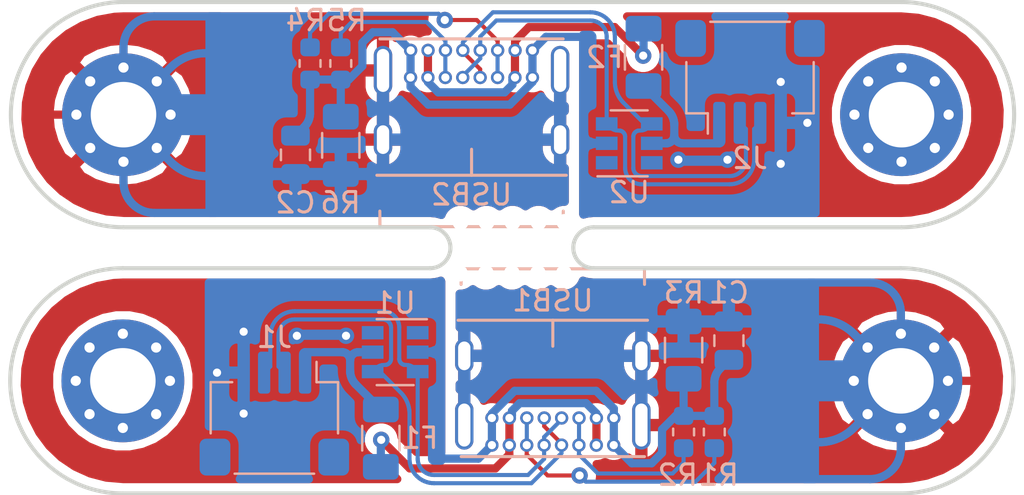
<source format=kicad_pcb>
(kicad_pcb (version 20171130) (host pcbnew "(5.1.10)-1")
  (layers (0 F.Cu signal) (31 B.Cu signal) (34 B.Paste user) (35 F.Paste user) (36 B.SilkS user) (37 F.SilkS user) (38 B.Mask user) (39 F.Mask user) (44 Edge.Cuts user))
  (net 0 "")
  (net 1 GND)
  (net 2 SHIELD)
  (net 3 VBUS)
  (net 4 +5V)
  (net 5 "Net-(R1-Pad2)")
  (net 6 "Net-(R2-Pad2)")
  (net 7 D+)
  (net 8 D-)
  (net 9 "Net-(U1-Pad6)")
  (net 10 "Net-(U1-Pad1)")
  (net 11 "Net-(R4-Pad2)")
  (net 12 "Net-(R5-Pad2)")
  (net 13 "Net-(U2-Pad1)")
  (net 14 "Net-(U2-Pad6)")
  (module random-keyboard-parts:breakaway-mousebites (layer F.Cu) (at -1.96875 -2)
    (fp_text reference MB2)
    (fp_text value MouseBites)
    (pad "" np_thru_hole circle (at -2.54 -0.254) (size 0.7874 0.7874) (drill 0.7874) (layers *.Cu *.Mask))
    (pad "" np_thru_hole circle (at -1.27 -0.254) (size 0.7874 0.7874) (drill 0.7874) (layers *.Cu *.Mask))
    (pad "" np_thru_hole circle (at 2.54 -0.254) (size 0.7874 0.7874) (drill 0.7874) (layers *.Cu *.Mask))
    (pad "" np_thru_hole circle (at 1.27 -0.254) (size 0.7874 0.7874) (drill 0.7874) (layers *.Cu *.Mask))
    (pad "" np_thru_hole circle (at 0 -0.254) (size 0.7874 0.7874) (drill 0.7874) (layers *.Cu *.Mask))
  )
  (module Capacitor_SMD:C_0805_2012Metric (layer B.Cu) (at -12.56875 -5.5375 90)
    (fp_text reference C2 (at -2.3375 0 180) (layer B.SilkS) (effects (justify mirror)))
    (fp_text value 470n)
    (pad 1 smd roundrect (at -0.9375 0 90) (size 0.975 1.4) (layers B.Cu B.Paste B.Mask) (net 2 SHIELD))
    (pad 2 smd roundrect (at 0.9375 0 90) (size 0.975 1.4) (layers B.Cu B.Paste B.Mask) (net 1 GND))
  )
  (module Resistor_SMD:R_0603_1608Metric (layer B.Cu) (at -10.35625 -10 90)
    (fp_text reference R5 (at 2.1 0.2875 180) (layer B.SilkS) (effects (justify mirror)))
    (fp_text value 5.1K)
    (pad 2 smd roundrect (at 0.7875 0 90) (size 0.875 0.95) (layers B.Cu B.Paste B.Mask) (net 12 "Net-(R5-Pad2)"))
    (pad 1 smd roundrect (at -0.7875 0 90) (size 0.875 0.95) (layers B.Cu B.Paste B.Mask) (net 1 GND))
  )
  (module Type-C:USB_C_GCT_USB4085 (layer B.Cu) (at -3.96875 -4.54 180)
    (fp_text reference USB2 (at 0 -0.9525) (layer B.SilkS) (effects (justify mirror)))
    (fp_text value USB_C_Receptacle_USB2.0)
    (pad S1 thru_hole oval (at 4.325 1.74 180) (size 0.9 1.7) (drill oval 0.6 1.4) (layers *.Cu *.Mask) (net 2 SHIELD))
    (pad S1 thru_hole oval (at -4.325 1.74 180) (size 0.9 1.7) (drill oval 0.6 1.4) (layers *.Cu *.Mask) (net 2 SHIELD))
    (pad S1 thru_hole oval (at 4.325 5.12 180) (size 0.9 2.4) (drill oval 0.6 2.1) (layers *.Cu *.Mask) (net 2 SHIELD))
    (pad S1 thru_hole oval (at -4.325 5.12 180) (size 0.9 2.4) (drill oval 0.6 2.1) (layers *.Cu *.Mask) (net 2 SHIELD))
    (pad B1 thru_hole circle (at 2.98 4.775 180) (size 0.65 0.65) (drill 0.4) (layers *.Cu *.Mask) (net 1 GND))
    (pad B4 thru_hole circle (at 2.13 4.775 180) (size 0.65 0.65) (drill 0.4) (layers *.Cu *.Mask) (net 3 VBUS))
    (pad B5 thru_hole circle (at 1.28 4.775 180) (size 0.65 0.65) (drill 0.4) (layers *.Cu *.Mask) (net 12 "Net-(R5-Pad2)"))
    (pad B6 thru_hole circle (at 0.43 4.775 180) (size 0.65 0.65) (drill 0.4) (layers *.Cu *.Mask) (net 7 D+))
    (pad B7 thru_hole circle (at -0.42 4.775 180) (size 0.65 0.65) (drill 0.4) (layers *.Cu *.Mask) (net 8 D-))
    (pad B8 thru_hole circle (at -1.27 4.775 180) (size 0.65 0.65) (drill 0.4) (layers *.Cu *.Mask) (net 11 "Net-(R4-Pad2)"))
    (pad B9 thru_hole circle (at -2.12 4.775 180) (size 0.65 0.65) (drill 0.4) (layers *.Cu *.Mask) (net 3 VBUS))
    (pad B12 thru_hole circle (at -2.975 4.775 180) (size 0.65 0.65) (drill 0.4) (layers *.Cu *.Mask) (net 1 GND))
    (pad A12 thru_hole circle (at 2.975 6.1 180) (size 0.65 0.65) (drill 0.4) (layers *.Cu *.Mask) (net 1 GND))
    (pad A9 thru_hole circle (at 2.125 6.1 180) (size 0.65 0.65) (drill 0.4) (layers *.Cu *.Mask) (net 3 VBUS))
    (pad A8 thru_hole circle (at 1.275 6.1 180) (size 0.65 0.65) (drill 0.4) (layers *.Cu *.Mask) (net 12 "Net-(R5-Pad2)"))
    (pad A7 thru_hole circle (at 0.425 6.1 180) (size 0.65 0.65) (drill 0.4) (layers *.Cu *.Mask) (net 8 D-))
    (pad A6 thru_hole circle (at -0.425 6.1 180) (size 0.65 0.65) (drill 0.4) (layers *.Cu *.Mask) (net 7 D+))
    (pad A4 thru_hole circle (at -2.125 6.1 180) (size 0.65 0.65) (drill 0.4) (layers *.Cu *.Mask) (net 3 VBUS))
    (pad A1 thru_hole circle (at -2.975 6.1 180) (size 0.65 0.65) (drill 0.4) (layers *.Cu *.Mask) (net 1 GND))
    (pad A5 thru_hole circle (at -1.275 6.1 180) (size 0.65 0.65) (drill 0.4) (layers *.Cu *.Mask) (net 11 "Net-(R4-Pad2)"))
  )
  (module Fuse:Fuse_1206_3216Metric (layer B.Cu) (at 4.43125 -10.3 90)
    (fp_text reference F2 (at 0 -1.9 180) (layer B.SilkS) (effects (justify mirror)))
    (fp_text value 500mA)
    (pad 1 smd roundrect (at -1.4 0 90) (size 1.25 1.75) (layers B.Cu B.Paste B.Mask) (roundrect_rratio 0.2) (net 4 +5V))
    (pad 2 smd roundrect (at 1.4 0 90) (size 1.25 1.75) (layers B.Cu B.Paste B.Mask) (roundrect_rratio 0.2) (net 3 VBUS))
  )
  (module Package_TO_SOT_SMD:SOT-23-6 (layer B.Cu) (at 3.73125 -6.1)
    (fp_text reference U2 (at 0 2.4) (layer B.SilkS) (effects (justify mirror)))
    (fp_text value SRV05-4)
    (pad 1 smd rect (at -1.1 0.95) (size 1.06 0.65) (layers B.Cu B.Paste B.Mask) (net 13 "Net-(U2-Pad1)"))
    (pad 2 smd rect (at -1.1 0) (size 1.06 0.65) (layers B.Cu B.Paste B.Mask) (net 1 GND))
    (pad 3 smd rect (at -1.1 -0.95) (size 1.06 0.65) (layers B.Cu B.Paste B.Mask) (net 7 D+))
    (pad 4 smd rect (at 1.1 -0.95) (size 1.06 0.65) (layers B.Cu B.Paste B.Mask) (net 8 D-))
    (pad 6 smd rect (at 1.1 0.95) (size 1.06 0.65) (layers B.Cu B.Paste B.Mask) (net 14 "Net-(U2-Pad6)"))
    (pad 5 smd rect (at 1.1 0) (size 1.06 0.65) (layers B.Cu B.Paste B.Mask) (net 4 +5V))
  )
  (module crokto:M3_Via_Hole_NC (layer F.Cu) (at 17.03125 -7.5 180)
    (fp_text reference H4 hide)
    (fp_text value MountingHole)
    (pad 1 thru_hole circle (at 1.626346 -1.626346 180) (size 0.8 0.8) (drill 0.5) (layers *.Cu F.Mask))
    (pad 1 thru_hole circle (at 0 -2.3 180) (size 0.8 0.8) (drill 0.5) (layers *.Cu F.Mask))
    (pad 1 thru_hole circle (at -1.626346 -1.626346 180) (size 0.8 0.8) (drill 0.5) (layers *.Cu F.Mask))
    (pad 1 thru_hole circle (at -2.3 0 180) (size 0.8 0.8) (drill 0.5) (layers *.Cu F.Mask))
    (pad 1 thru_hole circle (at -1.626346 1.626346 180) (size 0.8 0.8) (drill 0.5) (layers *.Cu F.Mask))
    (pad 1 thru_hole circle (at 0 2.3 180) (size 0.8 0.8) (drill 0.5) (layers *.Cu F.Mask))
    (pad 1 thru_hole circle (at 1.626346 1.626346 180) (size 0.8 0.8) (drill 0.5) (layers *.Cu F.Mask))
    (pad 1 thru_hole circle (at 2.3 0 180) (size 0.8 0.8) (drill 0.5) (layers *.Cu F.Mask))
    (pad 1 thru_hole circle (at 0 0 180) (size 6 6) (drill 3.2) (layers *.Cu F.Mask))
  )
  (module crokto:M3_Via_Hole (layer F.Cu) (at -20.96875 -7.5 180)
    (fp_text reference H3 hide)
    (fp_text value MountingHole_Pad)
    (pad 1 thru_hole circle (at 1.626346 -1.626346 180) (size 0.8 0.8) (drill 0.5) (layers *.Cu *.Mask) (net 2 SHIELD))
    (pad 1 thru_hole circle (at 0 -2.3 180) (size 0.8 0.8) (drill 0.5) (layers *.Cu *.Mask) (net 2 SHIELD))
    (pad 1 thru_hole circle (at -1.626346 -1.626346 180) (size 0.8 0.8) (drill 0.5) (layers *.Cu *.Mask) (net 2 SHIELD))
    (pad 1 thru_hole circle (at -2.3 0 180) (size 0.8 0.8) (drill 0.5) (layers *.Cu *.Mask) (net 2 SHIELD))
    (pad 1 thru_hole circle (at -1.626346 1.626346 180) (size 0.8 0.8) (drill 0.5) (layers *.Cu *.Mask) (net 2 SHIELD))
    (pad 1 thru_hole circle (at 0 2.3 180) (size 0.8 0.8) (drill 0.5) (layers *.Cu *.Mask) (net 2 SHIELD))
    (pad 1 thru_hole circle (at 1.626346 1.626346 180) (size 0.8 0.8) (drill 0.5) (layers *.Cu *.Mask) (net 2 SHIELD))
    (pad 1 thru_hole circle (at 2.3 0 180) (size 0.8 0.8) (drill 0.5) (layers *.Cu *.Mask) (net 2 SHIELD))
    (pad 1 thru_hole circle (at 0 0 180) (size 6 6) (drill 3.2) (layers *.Cu *.Mask) (net 2 SHIELD))
  )
  (module crokto:JST_SH_SM04B-SRSS-TB_1x04-1MP_P1.00mm_Horizontal (layer B.Cu) (at 9.63125 -9.35)
    (fp_text reference J2 (at 0 3.98) (layer B.SilkS) (effects (justify mirror)))
    (fp_text value JST_SH_SM04B-SRSS-TB_1x04)
    (pad 1 smd roundrect (at -1.5 2.25) (size 0.6 2.05) (layers B.Cu B.Paste B.Mask) (net 4 +5V))
    (pad 2 smd roundrect (at -0.5 2.25) (size 0.6 2.05) (layers B.Cu B.Paste B.Mask) (net 8 D-))
    (pad 3 smd roundrect (at 0.5 2.25) (size 0.6 2.05) (layers B.Cu B.Paste B.Mask) (net 7 D+))
    (pad 4 smd roundrect (at 1.5 2.25) (size 0.6 2.05) (layers B.Cu B.Paste B.Mask) (net 1 GND))
    (pad MP smd roundrect (at -2.9 -1.875) (size 1.5 1.8) (layers B.Cu B.Paste B.Mask) (roundrect_rratio 0.208))
    (pad MP smd roundrect (at 2.9 -1.875) (size 1.5 1.8) (layers B.Cu B.Paste B.Mask) (roundrect_rratio 0.208))
  )
  (module Resistor_SMD:R_1206_3216Metric (layer B.Cu) (at -10.35625 -6 90)
    (fp_text reference R6 (at -2.8 -0.0125 180) (layer B.SilkS) (effects (justify mirror)))
    (fp_text value 1M)
    (pad 2 smd roundrect (at 1.4 0 90) (size 1.25 1.75) (layers B.Cu B.Paste B.Mask) (roundrect_rratio 0.2) (net 1 GND))
    (pad 1 smd roundrect (at -1.4 0 90) (size 1.25 1.75) (layers B.Cu B.Paste B.Mask) (roundrect_rratio 0.2) (net 2 SHIELD))
  )
  (module Resistor_SMD:R_0603_1608Metric (layer B.Cu) (at -11.85625 -10 90)
    (fp_text reference R4 (at 2.1 -0.2125 180) (layer B.SilkS) (effects (justify mirror)))
    (fp_text value 5.1K)
    (pad 2 smd roundrect (at 0.7875 0 90) (size 0.875 0.95) (layers B.Cu B.Paste B.Mask) (net 11 "Net-(R4-Pad2)"))
    (pad 1 smd roundrect (at -0.7875 0 90) (size 0.875 0.95) (layers B.Cu B.Paste B.Mask) (net 1 GND))
  )
  (module random-keyboard-parts:breakaway-mousebites (layer F.Cu) (at -2 0 180)
    (fp_text reference MB1)
    (fp_text value MouseBites)
    (pad "" np_thru_hole circle (at 0 -0.254 180) (size 0.7874 0.7874) (drill 0.7874) (layers *.Cu *.Mask))
    (pad "" np_thru_hole circle (at 1.27 -0.254 180) (size 0.7874 0.7874) (drill 0.7874) (layers *.Cu *.Mask))
    (pad "" np_thru_hole circle (at 2.54 -0.254 180) (size 0.7874 0.7874) (drill 0.7874) (layers *.Cu *.Mask))
    (pad "" np_thru_hole circle (at -1.27 -0.254 180) (size 0.7874 0.7874) (drill 0.7874) (layers *.Cu *.Mask))
    (pad "" np_thru_hole circle (at -2.54 -0.254 180) (size 0.7874 0.7874) (drill 0.7874) (layers *.Cu *.Mask))
  )
  (module Type-C:USB_C_GCT_USB4085 (layer B.Cu) (at 0 2.54)
    (fp_text reference USB1 (at 0 -0.9525) (layer B.SilkS) (effects (justify mirror)))
    (fp_text value USB_C_Receptacle_USB2.0)
    (pad A5 thru_hole circle (at -1.275 6.1) (size 0.65 0.65) (drill 0.4) (layers *.Cu *.Mask) (net 5 "Net-(R1-Pad2)"))
    (pad A1 thru_hole circle (at -2.975 6.1) (size 0.65 0.65) (drill 0.4) (layers *.Cu *.Mask) (net 1 GND))
    (pad A4 thru_hole circle (at -2.125 6.1) (size 0.65 0.65) (drill 0.4) (layers *.Cu *.Mask) (net 3 VBUS))
    (pad A6 thru_hole circle (at -0.425 6.1) (size 0.65 0.65) (drill 0.4) (layers *.Cu *.Mask) (net 7 D+))
    (pad A7 thru_hole circle (at 0.425 6.1) (size 0.65 0.65) (drill 0.4) (layers *.Cu *.Mask) (net 8 D-))
    (pad A8 thru_hole circle (at 1.275 6.1) (size 0.65 0.65) (drill 0.4) (layers *.Cu *.Mask) (net 6 "Net-(R2-Pad2)"))
    (pad A9 thru_hole circle (at 2.125 6.1) (size 0.65 0.65) (drill 0.4) (layers *.Cu *.Mask) (net 3 VBUS))
    (pad A12 thru_hole circle (at 2.975 6.1) (size 0.65 0.65) (drill 0.4) (layers *.Cu *.Mask) (net 1 GND))
    (pad B12 thru_hole circle (at -2.975 4.775) (size 0.65 0.65) (drill 0.4) (layers *.Cu *.Mask) (net 1 GND))
    (pad B9 thru_hole circle (at -2.12 4.775) (size 0.65 0.65) (drill 0.4) (layers *.Cu *.Mask) (net 3 VBUS))
    (pad B8 thru_hole circle (at -1.27 4.775) (size 0.65 0.65) (drill 0.4) (layers *.Cu *.Mask) (net 5 "Net-(R1-Pad2)"))
    (pad B7 thru_hole circle (at -0.42 4.775) (size 0.65 0.65) (drill 0.4) (layers *.Cu *.Mask) (net 8 D-))
    (pad B6 thru_hole circle (at 0.43 4.775) (size 0.65 0.65) (drill 0.4) (layers *.Cu *.Mask) (net 7 D+))
    (pad B5 thru_hole circle (at 1.28 4.775) (size 0.65 0.65) (drill 0.4) (layers *.Cu *.Mask) (net 6 "Net-(R2-Pad2)"))
    (pad B4 thru_hole circle (at 2.13 4.775) (size 0.65 0.65) (drill 0.4) (layers *.Cu *.Mask) (net 3 VBUS))
    (pad B1 thru_hole circle (at 2.98 4.775) (size 0.65 0.65) (drill 0.4) (layers *.Cu *.Mask) (net 1 GND))
    (pad S1 thru_hole oval (at -4.325 5.12) (size 0.9 2.4) (drill oval 0.6 2.1) (layers *.Cu *.Mask) (net 2 SHIELD))
    (pad S1 thru_hole oval (at 4.325 5.12) (size 0.9 2.4) (drill oval 0.6 2.1) (layers *.Cu *.Mask) (net 2 SHIELD))
    (pad S1 thru_hole oval (at -4.325 1.74) (size 0.9 1.7) (drill oval 0.6 1.4) (layers *.Cu *.Mask) (net 2 SHIELD))
    (pad S1 thru_hole oval (at 4.325 1.74) (size 0.9 1.7) (drill oval 0.6 1.4) (layers *.Cu *.Mask) (net 2 SHIELD))
  )
  (module crokto:JST_SH_SM04B-SRSS-TB_1x04-1MP_P1.00mm_Horizontal (layer B.Cu) (at -13.6 7.35 180)
    (fp_text reference J1 (at 0 3.98) (layer B.SilkS) (effects (justify mirror)))
    (fp_text value JST_SH_SM04B-SRSS-TB_1x04)
    (pad MP smd roundrect (at 2.9 -1.875 180) (size 1.5 1.8) (layers B.Cu B.Paste B.Mask) (roundrect_rratio 0.208))
    (pad MP smd roundrect (at -2.9 -1.875 180) (size 1.5 1.8) (layers B.Cu B.Paste B.Mask) (roundrect_rratio 0.208))
    (pad 4 smd roundrect (at 1.5 2.25 180) (size 0.6 2.05) (layers B.Cu B.Paste B.Mask) (net 1 GND))
    (pad 3 smd roundrect (at 0.5 2.25 180) (size 0.6 2.05) (layers B.Cu B.Paste B.Mask) (net 7 D+))
    (pad 2 smd roundrect (at -0.5 2.25 180) (size 0.6 2.05) (layers B.Cu B.Paste B.Mask) (net 8 D-))
    (pad 1 smd roundrect (at -1.5 2.25 180) (size 0.6 2.05) (layers B.Cu B.Paste B.Mask) (net 4 +5V))
  )
  (module Package_TO_SOT_SMD:SOT-23-6 (layer B.Cu) (at -7.7 4.1 180)
    (fp_text reference U1 (at 0 2.4) (layer B.SilkS) (effects (justify mirror)))
    (fp_text value SRV05-4)
    (pad 5 smd rect (at 1.1 0 180) (size 1.06 0.65) (layers B.Cu B.Paste B.Mask) (net 4 +5V))
    (pad 6 smd rect (at 1.1 0.95 180) (size 1.06 0.65) (layers B.Cu B.Paste B.Mask) (net 9 "Net-(U1-Pad6)"))
    (pad 4 smd rect (at 1.1 -0.95 180) (size 1.06 0.65) (layers B.Cu B.Paste B.Mask) (net 8 D-))
    (pad 3 smd rect (at -1.1 -0.95 180) (size 1.06 0.65) (layers B.Cu B.Paste B.Mask) (net 7 D+))
    (pad 2 smd rect (at -1.1 0 180) (size 1.06 0.65) (layers B.Cu B.Paste B.Mask) (net 1 GND))
    (pad 1 smd rect (at -1.1 0.95 180) (size 1.06 0.65) (layers B.Cu B.Paste B.Mask) (net 10 "Net-(U1-Pad1)"))
  )
  (module Resistor_SMD:R_1206_3216Metric (layer B.Cu) (at 6.3875 4 270)
    (fp_text reference R3 (at -2.8 -0.0125 180) (layer B.SilkS) (effects (justify mirror)))
    (fp_text value 1M)
    (pad 1 smd roundrect (at -1.4 0 270) (size 1.25 1.75) (layers B.Cu B.Paste B.Mask) (roundrect_rratio 0.2) (net 2 SHIELD))
    (pad 2 smd roundrect (at 1.4 0 270) (size 1.25 1.75) (layers B.Cu B.Paste B.Mask) (roundrect_rratio 0.2) (net 1 GND))
  )
  (module Resistor_SMD:R_0603_1608Metric (layer B.Cu) (at 6.3875 8 270)
    (fp_text reference R2 (at 2.1 0.2875 180) (layer B.SilkS) (effects (justify mirror)))
    (fp_text value 5.1K)
    (pad 1 smd roundrect (at -0.7875 0 270) (size 0.875 0.95) (layers B.Cu B.Paste B.Mask) (net 1 GND))
    (pad 2 smd roundrect (at 0.7875 0 270) (size 0.875 0.95) (layers B.Cu B.Paste B.Mask) (net 6 "Net-(R2-Pad2)"))
  )
  (module Resistor_SMD:R_0603_1608Metric (layer B.Cu) (at 7.8875 8 270)
    (fp_text reference R1 (at 2.1 -0.2125 180) (layer B.SilkS) (effects (justify mirror)))
    (fp_text value 5.1K)
    (pad 1 smd roundrect (at -0.7875 0 270) (size 0.875 0.95) (layers B.Cu B.Paste B.Mask) (net 1 GND))
    (pad 2 smd roundrect (at 0.7875 0 270) (size 0.875 0.95) (layers B.Cu B.Paste B.Mask) (net 5 "Net-(R1-Pad2)"))
  )
  (module crokto:M3_Via_Hole (layer F.Cu) (at 17 5.5)
    (fp_text reference H2 hide)
    (fp_text value MountingHole_Pad)
    (pad 1 thru_hole circle (at 0 0) (size 6 6) (drill 3.2) (layers *.Cu *.Mask) (net 2 SHIELD))
    (pad 1 thru_hole circle (at 2.3 0) (size 0.8 0.8) (drill 0.5) (layers *.Cu *.Mask) (net 2 SHIELD))
    (pad 1 thru_hole circle (at 1.626346 1.626346) (size 0.8 0.8) (drill 0.5) (layers *.Cu *.Mask) (net 2 SHIELD))
    (pad 1 thru_hole circle (at 0 2.3) (size 0.8 0.8) (drill 0.5) (layers *.Cu *.Mask) (net 2 SHIELD))
    (pad 1 thru_hole circle (at -1.626346 1.626346) (size 0.8 0.8) (drill 0.5) (layers *.Cu *.Mask) (net 2 SHIELD))
    (pad 1 thru_hole circle (at -2.3 0) (size 0.8 0.8) (drill 0.5) (layers *.Cu *.Mask) (net 2 SHIELD))
    (pad 1 thru_hole circle (at -1.626346 -1.626346) (size 0.8 0.8) (drill 0.5) (layers *.Cu *.Mask) (net 2 SHIELD))
    (pad 1 thru_hole circle (at 0 -2.3) (size 0.8 0.8) (drill 0.5) (layers *.Cu *.Mask) (net 2 SHIELD))
    (pad 1 thru_hole circle (at 1.626346 -1.626346) (size 0.8 0.8) (drill 0.5) (layers *.Cu *.Mask) (net 2 SHIELD))
  )
  (module crokto:M3_Via_Hole_NC (layer F.Cu) (at -21 5.5)
    (fp_text reference H1 hide)
    (fp_text value MountingHole)
    (pad 1 thru_hole circle (at 0 0) (size 6 6) (drill 3.2) (layers *.Cu F.Mask))
    (pad 1 thru_hole circle (at 2.3 0) (size 0.8 0.8) (drill 0.5) (layers *.Cu F.Mask))
    (pad 1 thru_hole circle (at 1.626346 1.626346) (size 0.8 0.8) (drill 0.5) (layers *.Cu F.Mask))
    (pad 1 thru_hole circle (at 0 2.3) (size 0.8 0.8) (drill 0.5) (layers *.Cu F.Mask))
    (pad 1 thru_hole circle (at -1.626346 1.626346) (size 0.8 0.8) (drill 0.5) (layers *.Cu F.Mask))
    (pad 1 thru_hole circle (at -2.3 0) (size 0.8 0.8) (drill 0.5) (layers *.Cu F.Mask))
    (pad 1 thru_hole circle (at -1.626346 -1.626346) (size 0.8 0.8) (drill 0.5) (layers *.Cu F.Mask))
    (pad 1 thru_hole circle (at 0 -2.3) (size 0.8 0.8) (drill 0.5) (layers *.Cu F.Mask))
    (pad 1 thru_hole circle (at 1.626346 -1.626346) (size 0.8 0.8) (drill 0.5) (layers *.Cu F.Mask))
  )
  (module Fuse:Fuse_1206_3216Metric (layer B.Cu) (at -8.4 8.3 270)
    (fp_text reference F1 (at 0 -1.9 180) (layer B.SilkS) (effects (justify mirror)))
    (fp_text value 500mA)
    (pad 2 smd roundrect (at 1.4 0 270) (size 1.25 1.75) (layers B.Cu B.Paste B.Mask) (roundrect_rratio 0.2) (net 3 VBUS))
    (pad 1 smd roundrect (at -1.4 0 270) (size 1.25 1.75) (layers B.Cu B.Paste B.Mask) (roundrect_rratio 0.2) (net 4 +5V))
  )
  (module Capacitor_SMD:C_0805_2012Metric (layer B.Cu) (at 8.6 3.5375 270)
    (fp_text reference C1 (at -2.3375 0 180) (layer B.SilkS) (effects (justify mirror)))
    (fp_text value 470n)
    (pad 2 smd roundrect (at 0.9375 0 270) (size 0.975 1.4) (layers B.Cu B.Paste B.Mask) (net 1 GND))
    (pad 1 smd roundrect (at -0.9375 0 270) (size 0.975 1.4) (layers B.Cu B.Paste B.Mask) (net 2 SHIELD))
  )
  (gr_line (start -6 -2) (end -20.96875 -2) (layer Edge.Cuts) (width 0.2))
  (gr_line (start 2 -2) (end 17.03125 -2) (layer Edge.Cuts) (width 0.2))
  (gr_line (start 2 0) (end 17 0) (layer Edge.Cuts) (width 0.2))
  (gr_arc (start 2 -1) (end 2 -2) (angle -180) (layer Edge.Cuts) (width 0.2))
  (gr_arc (start -6 -1) (end -6 0) (angle -180) (layer Edge.Cuts) (width 0.2))
  (gr_arc (start 17.03125 -7.5) (end 17.03125 -2) (angle -180) (layer Edge.Cuts) (width 0.2))
  (gr_line (start 17.03125 -13) (end -20.96875 -13) (layer Edge.Cuts) (width 0.2))
  (gr_arc (start -20.96875 -7.5) (end -20.96875 -13) (angle -180) (layer Edge.Cuts) (width 0.2))
  (gr_arc (start 17 5.5) (end 17 11) (angle -180) (layer Edge.Cuts) (width 0.2))
  (gr_line (start -21 11) (end 17 11) (layer Edge.Cuts) (width 0.2))
  (gr_arc (start -21 5.5) (end -21 0) (angle -180) (layer Edge.Cuts) (width 0.2))
  (gr_line (start -6 0) (end -21 0) (layer Edge.Cuts) (width 0.2))
  (segment (start 6.3875 7.2125) (end 7.8875 7.2125) (width 0.4) (layer B.Cu) (net 1))
  (segment (start 6.3875 5.4) (end 6.3875 7.2125) (width 0.4) (layer B.Cu) (net 1))
  (segment (start -15.1 3.1) (end -15.1 1.5) (width 0.4) (layer B.Cu) (net 1))
  (segment (start -7.2 1.5) (end -5.5 1.5) (width 0.4) (layer B.Cu) (net 1))
  (segment (start -5.5 3.6) (end -5.5 1.5) (width 0.4) (layer B.Cu) (net 1))
  (segment (start -5.5 3.6) (end -5.502407 3.649008) (width 0.4) (layer B.Cu) (net 1))
  (segment (start -5.502407 3.649008) (end -5.509607 3.697545) (width 0.4) (layer B.Cu) (net 1))
  (segment (start -5.509607 3.697545) (end -5.521529 3.745142) (width 0.4) (layer B.Cu) (net 1))
  (segment (start -5.521529 3.745142) (end -5.53806 3.791341) (width 0.4) (layer B.Cu) (net 1))
  (segment (start -5.53806 3.791341) (end -5.559039 3.835698) (width 0.4) (layer B.Cu) (net 1))
  (segment (start -5.559039 3.835698) (end -5.584265 3.877785) (width 0.4) (layer B.Cu) (net 1))
  (segment (start -5.584265 3.877785) (end -5.613494 3.917196) (width 0.4) (layer B.Cu) (net 1))
  (segment (start -5.613494 3.917196) (end -5.646446 3.953553) (width 0.4) (layer B.Cu) (net 1))
  (segment (start -5.646446 3.953553) (end -5.682803 3.986505) (width 0.4) (layer B.Cu) (net 1))
  (segment (start -5.682803 3.986505) (end -5.722214 4.015734) (width 0.4) (layer B.Cu) (net 1))
  (segment (start -5.722214 4.015734) (end -5.764301 4.04096) (width 0.4) (layer B.Cu) (net 1))
  (segment (start -5.764301 4.04096) (end -5.808658 4.061939) (width 0.4) (layer B.Cu) (net 1))
  (segment (start -5.808658 4.061939) (end -5.854857 4.07847) (width 0.4) (layer B.Cu) (net 1))
  (segment (start -5.854857 4.07847) (end -5.902454 4.090392) (width 0.4) (layer B.Cu) (net 1))
  (segment (start -5.902454 4.090392) (end -5.950991 4.097592) (width 0.4) (layer B.Cu) (net 1))
  (segment (start -5.950991 4.097592) (end -6 4.1) (width 0.4) (layer B.Cu) (net 1))
  (segment (start -5.5 4.6) (end -5.5 9.3) (width 0.4) (layer B.Cu) (net 1))
  (segment (start -5.5 4.6) (end -5.502407 4.550991) (width 0.4) (layer B.Cu) (net 1))
  (segment (start -5.502407 4.550991) (end -5.509607 4.502454) (width 0.4) (layer B.Cu) (net 1))
  (segment (start -5.509607 4.502454) (end -5.521529 4.454857) (width 0.4) (layer B.Cu) (net 1))
  (segment (start -5.521529 4.454857) (end -5.53806 4.408658) (width 0.4) (layer B.Cu) (net 1))
  (segment (start -5.53806 4.408658) (end -5.559039 4.364301) (width 0.4) (layer B.Cu) (net 1))
  (segment (start -5.559039 4.364301) (end -5.584265 4.322214) (width 0.4) (layer B.Cu) (net 1))
  (segment (start -5.584265 4.322214) (end -5.613494 4.282803) (width 0.4) (layer B.Cu) (net 1))
  (segment (start -5.613494 4.282803) (end -5.646446 4.246446) (width 0.4) (layer B.Cu) (net 1))
  (segment (start -5.646446 4.246446) (end -5.682803 4.213494) (width 0.4) (layer B.Cu) (net 1))
  (segment (start -5.682803 4.213494) (end -5.722214 4.184265) (width 0.4) (layer B.Cu) (net 1))
  (segment (start -5.722214 4.184265) (end -5.764301 4.159039) (width 0.4) (layer B.Cu) (net 1))
  (segment (start -5.764301 4.159039) (end -5.808658 4.13806) (width 0.4) (layer B.Cu) (net 1))
  (segment (start -5.808658 4.13806) (end -5.854857 4.121529) (width 0.4) (layer B.Cu) (net 1))
  (segment (start -5.854857 4.121529) (end -5.902454 4.109607) (width 0.4) (layer B.Cu) (net 1))
  (segment (start -5.902454 4.109607) (end -5.950991 4.102407) (width 0.4) (layer B.Cu) (net 1))
  (segment (start -5.950991 4.102407) (end -6 4.1) (width 0.4) (layer B.Cu) (net 1))
  (segment (start -6 4.1) (end -6.6 4.1) (width 0.4) (layer B.Cu) (net 1))
  (segment (start 8.170342 4.904657) (end 8.6 4.475) (width 0.4) (layer B.Cu) (net 1))
  (segment (start 8.170342 4.904657) (end 8.137658 4.938984) (width 0.4) (layer B.Cu) (net 1))
  (segment (start 8.137658 4.938984) (end 8.106699 4.974875) (width 0.4) (layer B.Cu) (net 1))
  (segment (start 8.106699 4.974875) (end 8.077538 5.012241) (width 0.4) (layer B.Cu) (net 1))
  (segment (start 8.077538 5.012241) (end 8.050246 5.050993) (width 0.4) (layer B.Cu) (net 1))
  (segment (start 8.050246 5.050993) (end 8.024888 5.091038) (width 0.4) (layer B.Cu) (net 1))
  (segment (start 8.024888 5.091038) (end 8.001526 5.132278) (width 0.4) (layer B.Cu) (net 1))
  (segment (start 8.001526 5.132278) (end 7.980215 5.174616) (width 0.4) (layer B.Cu) (net 1))
  (segment (start 7.980215 5.174616) (end 7.961007 5.217948) (width 0.4) (layer B.Cu) (net 1))
  (segment (start 7.961007 5.217948) (end 7.943949 5.26217) (width 0.4) (layer B.Cu) (net 1))
  (segment (start 7.943949 5.26217) (end 7.929081 5.307176) (width 0.4) (layer B.Cu) (net 1))
  (segment (start 7.929081 5.307176) (end 7.916439 5.352857) (width 0.4) (layer B.Cu) (net 1))
  (segment (start 7.916439 5.352857) (end 7.906054 5.399104) (width 0.4) (layer B.Cu) (net 1))
  (segment (start 7.906054 5.399104) (end 7.897951 5.445804) (width 0.4) (layer B.Cu) (net 1))
  (segment (start 7.897951 5.445804) (end 7.892149 5.492846) (width 0.4) (layer B.Cu) (net 1))
  (segment (start 7.892149 5.492846) (end 7.888662 5.540116) (width 0.4) (layer B.Cu) (net 1))
  (segment (start 7.888662 5.540116) (end 7.8875 5.5875) (width 0.4) (layer B.Cu) (net 1))
  (segment (start 7.8875 5.5875) (end 7.8875 7.2125) (width 0.4) (layer B.Cu) (net 1))
  (via (at -10.1 3.3) (size 0.8) (drill 0.4) (layers F.Cu B.Cu) (net 1))
  (via (at -12.5 3.3) (size 0.8) (drill 0.4) (layers F.Cu B.Cu) (net 1))
  (via (at -15.1 7.1) (size 0.8) (drill 0.4) (layers F.Cu B.Cu) (net 1))
  (segment (start -15.1 3.1) (end -15.1 5.1) (width 0.4) (layer B.Cu) (net 1))
  (via (at -15.1 3.1) (size 0.8) (drill 0.4) (layers F.Cu B.Cu) (net 1))
  (via (at -16.4 5.1) (size 0.8) (drill 0.4) (layers F.Cu B.Cu) (net 1))
  (segment (start -13.4 1.5) (end -15.1 1.5) (width 0.4) (layer B.Cu) (net 1))
  (segment (start -2.975 7.315) (end -2.975 8.64) (width 0.4) (layer B.Cu) (net 1))
  (segment (start -3.635 9.3) (end -5.5 9.3) (width 0.4) (layer B.Cu) (net 1))
  (segment (start -2.975 8.64) (end -3.635 9.3) (width 0.4) (layer B.Cu) (net 1))
  (segment (start 2.98 8.635) (end 2.975 8.64) (width 0.4) (layer B.Cu) (net 1))
  (segment (start 2.98 7.315) (end 2.98 8.635) (width 0.4) (layer B.Cu) (net 1))
  (segment (start 5.9955 7.2125) (end 6.3875 7.2125) (width 0.4) (layer B.Cu) (net 1))
  (segment (start 5.334 7.874) (end 5.9955 7.2125) (width 0.4) (layer B.Cu) (net 1))
  (segment (start 5.334 9.017) (end 5.334 7.874) (width 0.4) (layer B.Cu) (net 1))
  (segment (start 4.826 9.525) (end 5.334 9.017) (width 0.4) (layer B.Cu) (net 1))
  (segment (start 3.86 9.525) (end 4.826 9.525) (width 0.4) (layer B.Cu) (net 1))
  (segment (start 2.975 8.64) (end 3.86 9.525) (width 0.4) (layer B.Cu) (net 1))
  (segment (start -2.975 7.096998) (end -2.975 7.315) (width 0.4) (layer B.Cu) (net 1))
  (segment (start -1.867991 5.989989) (end -2.975 7.096998) (width 0.4) (layer B.Cu) (net 1))
  (segment (start 2.98 6.855381) (end 2.114609 5.98999) (width 0.4) (layer B.Cu) (net 1))
  (segment (start 2.114609 5.98999) (end -1.867991 5.989989) (width 0.4) (layer B.Cu) (net 1))
  (segment (start 2.98 7.315) (end 2.98 6.855381) (width 0.4) (layer B.Cu) (net 1))
  (segment (start 1.533657 -5.649008) (end 1.540857 -5.697545) (width 0.4) (layer B.Cu) (net 1))
  (segment (start 1.615515 -5.877785) (end 1.644744 -5.917196) (width 0.4) (layer B.Cu) (net 1))
  (segment (start 1.644744 -5.917196) (end 1.677696 -5.953553) (width 0.4) (layer B.Cu) (net 1))
  (segment (start 1.56931 -5.791341) (end 1.590289 -5.835698) (width 0.4) (layer B.Cu) (net 1))
  (segment (start 1.753464 -6.015734) (end 1.795551 -6.04096) (width 0.4) (layer B.Cu) (net 1))
  (segment (start 1.795551 -6.04096) (end 1.839908 -6.061939) (width 0.4) (layer B.Cu) (net 1))
  (segment (start -10.35625 -7.4) (end -10.35625 -9.2125) (width 0.4) (layer B.Cu) (net 1))
  (segment (start 1.53125 -5.6) (end 1.53125 -3.5) (width 0.4) (layer B.Cu) (net 1))
  (segment (start 1.53125 -5.6) (end 1.533657 -5.649008) (width 0.4) (layer B.Cu) (net 1))
  (segment (start 1.552779 -5.745142) (end 1.56931 -5.791341) (width 0.4) (layer B.Cu) (net 1))
  (segment (start 1.886107 -6.07847) (end 1.933704 -6.090392) (width 0.4) (layer B.Cu) (net 1))
  (segment (start 1.933704 -6.090392) (end 1.982241 -6.097592) (width 0.4) (layer B.Cu) (net 1))
  (segment (start 1.982241 -6.097592) (end 2.03125 -6.1) (width 0.4) (layer B.Cu) (net 1))
  (segment (start 11.13125 -5.1) (end 11.13125 -3.5) (width 0.4) (layer B.Cu) (net 1))
  (segment (start 1.839908 -6.061939) (end 1.886107 -6.07847) (width 0.4) (layer B.Cu) (net 1))
  (segment (start 1.53125 -6.6) (end 1.53125 -11.3) (width 0.4) (layer B.Cu) (net 1))
  (segment (start 1.533657 -6.550991) (end 1.540857 -6.502454) (width 0.4) (layer B.Cu) (net 1))
  (segment (start 3.23125 -3.5) (end 1.53125 -3.5) (width 0.4) (layer B.Cu) (net 1))
  (segment (start 1.540857 -5.697545) (end 1.552779 -5.745142) (width 0.4) (layer B.Cu) (net 1))
  (segment (start 1.677696 -5.953553) (end 1.714053 -5.986505) (width 0.4) (layer B.Cu) (net 1))
  (segment (start 1.714053 -5.986505) (end 1.753464 -6.015734) (width 0.4) (layer B.Cu) (net 1))
  (segment (start 1.53125 -6.6) (end 1.533657 -6.550991) (width 0.4) (layer B.Cu) (net 1))
  (segment (start 1.552779 -6.454857) (end 1.56931 -6.408658) (width 0.4) (layer B.Cu) (net 1))
  (segment (start 1.56931 -6.408658) (end 1.590289 -6.364301) (width 0.4) (layer B.Cu) (net 1))
  (segment (start -10.35625 -9.2125) (end -11.85625 -9.2125) (width 0.4) (layer B.Cu) (net 1))
  (segment (start 1.540857 -6.502454) (end 1.552779 -6.454857) (width 0.4) (layer B.Cu) (net 1))
  (segment (start 1.590289 -5.835698) (end 1.615515 -5.877785) (width 0.4) (layer B.Cu) (net 1))
  (segment (start 1.644744 -6.282803) (end 1.677696 -6.246446) (width 0.4) (layer B.Cu) (net 1))
  (segment (start 11.13125 -5.1) (end 11.13125 -7.1) (width 0.4) (layer B.Cu) (net 1))
  (segment (start 1.590289 -6.364301) (end 1.615515 -6.322214) (width 0.4) (layer B.Cu) (net 1))
  (segment (start 1.677696 -6.246446) (end 1.714053 -6.213494) (width 0.4) (layer B.Cu) (net 1))
  (segment (start 1.714053 -6.213494) (end 1.753464 -6.184265) (width 0.4) (layer B.Cu) (net 1))
  (segment (start 1.795551 -6.159039) (end 1.839908 -6.13806) (width 0.4) (layer B.Cu) (net 1))
  (segment (start -11.897831 -7.307176) (end -11.885189 -7.352857) (width 0.4) (layer B.Cu) (net 1))
  (segment (start 9.43125 -3.5) (end 11.13125 -3.5) (width 0.4) (layer B.Cu) (net 1))
  (segment (start -0.99375 -10.64) (end -0.33375 -11.3) (width 0.4) (layer B.Cu) (net 1))
  (segment (start -6.94875 -10.635) (end -6.94375 -10.64) (width 0.4) (layer B.Cu) (net 1))
  (segment (start -12.139092 -6.904657) (end -12.56875 -6.475) (width 0.4) (layer B.Cu) (net 1))
  (segment (start 1.615515 -6.322214) (end 1.644744 -6.282803) (width 0.4) (layer B.Cu) (net 1))
  (segment (start -12.018996 -7.050993) (end -11.993638 -7.091038) (width 0.4) (layer B.Cu) (net 1))
  (segment (start -11.866701 -7.445804) (end -11.860899 -7.492846) (width 0.4) (layer B.Cu) (net 1))
  (segment (start -0.99375 -9.315) (end -0.99375 -10.64) (width 0.4) (layer B.Cu) (net 1))
  (segment (start 1.982241 -6.102407) (end 2.03125 -6.1) (width 0.4) (layer B.Cu) (net 1))
  (segment (start -12.139092 -6.904657) (end -12.106408 -6.938984) (width 0.4) (layer B.Cu) (net 1))
  (segment (start -12.106408 -6.938984) (end -12.075449 -6.974875) (width 0.4) (layer B.Cu) (net 1))
  (segment (start -11.993638 -7.091038) (end -11.970276 -7.132278) (width 0.4) (layer B.Cu) (net 1))
  (segment (start -11.874804 -7.399104) (end -11.866701 -7.445804) (width 0.4) (layer B.Cu) (net 1))
  (segment (start -11.857412 -7.540116) (end -11.85625 -7.5875) (width 0.4) (layer B.Cu) (net 1))
  (segment (start 1.753464 -6.184265) (end 1.795551 -6.159039) (width 0.4) (layer B.Cu) (net 1))
  (segment (start 1.839908 -6.13806) (end 1.886107 -6.121529) (width 0.4) (layer B.Cu) (net 1))
  (segment (start 1.933704 -6.109607) (end 1.982241 -6.102407) (width 0.4) (layer B.Cu) (net 1))
  (segment (start -12.075449 -6.974875) (end -12.046288 -7.012241) (width 0.4) (layer B.Cu) (net 1))
  (segment (start 1.886107 -6.121529) (end 1.933704 -6.109607) (width 0.4) (layer B.Cu) (net 1))
  (segment (start 2.03125 -6.1) (end 2.63125 -6.1) (width 0.4) (layer B.Cu) (net 1))
  (segment (start -12.046288 -7.012241) (end -12.018996 -7.050993) (width 0.4) (layer B.Cu) (net 1))
  (segment (start -11.970276 -7.132278) (end -11.948965 -7.174616) (width 0.4) (layer B.Cu) (net 1))
  (segment (start -11.948965 -7.174616) (end -11.929757 -7.217948) (width 0.4) (layer B.Cu) (net 1))
  (segment (start -11.912699 -7.26217) (end -11.897831 -7.307176) (width 0.4) (layer B.Cu) (net 1))
  (segment (start -11.885189 -7.352857) (end -11.874804 -7.399104) (width 0.4) (layer B.Cu) (net 1))
  (segment (start -11.85625 -7.5875) (end -11.85625 -9.2125) (width 0.4) (layer B.Cu) (net 1))
  (segment (start -0.33375 -11.3) (end 1.53125 -11.3) (width 0.4) (layer B.Cu) (net 1))
  (segment (start -11.929757 -7.217948) (end -11.912699 -7.26217) (width 0.4) (layer B.Cu) (net 1))
  (segment (start -11.860899 -7.492846) (end -11.857412 -7.540116) (width 0.4) (layer B.Cu) (net 1))
  (segment (start -6.94875 -9.315) (end -6.94875 -10.635) (width 0.4) (layer B.Cu) (net 1))
  (segment (start -9.96425 -9.2125) (end -10.35625 -9.2125) (width 0.4) (layer B.Cu) (net 1))
  (segment (start -8.79475 -11.525) (end -9.30275 -11.017) (width 0.4) (layer B.Cu) (net 1))
  (segment (start -6.94875 -9.315) (end -6.94875 -8.855381) (width 0.4) (layer B.Cu) (net 1))
  (segment (start -7.82875 -11.525) (end -8.79475 -11.525) (width 0.4) (layer B.Cu) (net 1))
  (segment (start -6.94375 -10.64) (end -7.82875 -11.525) (width 0.4) (layer B.Cu) (net 1))
  (segment (start -2.100759 -7.989989) (end -0.99375 -9.096998) (width 0.4) (layer B.Cu) (net 1))
  (segment (start -6.94875 -8.855381) (end -6.083359 -7.98999) (width 0.4) (layer B.Cu) (net 1))
  (segment (start -9.30275 -9.874) (end -9.96425 -9.2125) (width 0.4) (layer B.Cu) (net 1))
  (segment (start -6.083359 -7.98999) (end -2.100759 -7.989989) (width 0.4) (layer B.Cu) (net 1))
  (segment (start -9.30275 -11.017) (end -9.30275 -9.874) (width 0.4) (layer B.Cu) (net 1))
  (segment (start -0.99375 -9.096998) (end -0.99375 -9.315) (width 0.4) (layer B.Cu) (net 1))
  (via (at 8.53125 -5.3) (size 0.8) (drill 0.4) (layers F.Cu B.Cu) (net 1))
  (via (at 11.13125 -9.1) (size 0.8) (drill 0.4) (layers F.Cu B.Cu) (net 1))
  (via (at 11.13125 -5.1) (size 0.8) (drill 0.4) (layers F.Cu B.Cu) (net 1))
  (via (at 6.13125 -5.3) (size 0.8) (drill 0.4) (layers F.Cu B.Cu) (net 1))
  (via (at 12.43125 -7.1) (size 0.8) (drill 0.4) (layers F.Cu B.Cu) (net 1))
  (segment (start -4.32 2.6) (end -4.32 6.78) (width 0.4) (layer B.Cu) (net 2))
  (segment (start -4.32 2.6) (end 4.32 2.6) (width 0.4) (layer B.Cu) (net 2))
  (segment (start 4.32 2.6) (end 4.32 6.78) (width 0.4) (layer B.Cu) (net 2))
  (segment (start 6.3875 2.6) (end 8.6 2.6) (width 0.4) (layer B.Cu) (net 2))
  (segment (start 4.32 2.6) (end 6.3875 2.6) (width 0.4) (layer B.Cu) (net 2))
  (segment (start 17 5.5) (end 11.5 5.5) (width 2) (layer B.Cu) (net 2))
  (segment (start 17 5.5) (end 17 1.5) (width 0.4) (layer F.Cu) (net 2))
  (segment (start 17 5.5) (end 21 5.5) (width 0.4) (layer F.Cu) (net 2))
  (segment (start 17 5.5) (end 17 9.5) (width 0.4) (layer F.Cu) (net 2))
  (segment (start 17 5.5) (end 12.5 5.5) (width 0.4) (layer F.Cu) (net 2))
  (segment (start 14.707106 3.207106) (end 17 5.5) (width 0.4) (layer B.Cu) (net 2))
  (segment (start 14.707106 3.207106) (end 14.621285 3.125398) (width 0.4) (layer B.Cu) (net 2))
  (segment (start 14.621285 3.125398) (end 14.53156 3.048) (width 0.4) (layer B.Cu) (net 2))
  (segment (start 14.53156 3.048) (end 14.438144 2.975098) (width 0.4) (layer B.Cu) (net 2))
  (segment (start 14.438144 2.975098) (end 14.341264 2.906867) (width 0.4) (layer B.Cu) (net 2))
  (segment (start 14.341264 2.906867) (end 14.241153 2.843472) (width 0.4) (layer B.Cu) (net 2))
  (segment (start 14.241153 2.843472) (end 14.138051 2.785066) (width 0.4) (layer B.Cu) (net 2))
  (segment (start 14.138051 2.785066) (end 14.032208 2.731789) (width 0.4) (layer B.Cu) (net 2))
  (segment (start 14.032208 2.731789) (end 13.923879 2.68377) (width 0.4) (layer B.Cu) (net 2))
  (segment (start 13.923879 2.68377) (end 13.813323 2.641124) (width 0.4) (layer B.Cu) (net 2))
  (segment (start 13.813323 2.641124) (end 13.700808 2.603954) (width 0.4) (layer B.Cu) (net 2))
  (segment (start 13.700808 2.603954) (end 13.586605 2.57235) (width 0.4) (layer B.Cu) (net 2))
  (segment (start 13.586605 2.57235) (end 13.470989 2.546387) (width 0.4) (layer B.Cu) (net 2))
  (segment (start 13.470989 2.546387) (end 13.354238 2.526129) (width 0.4) (layer B.Cu) (net 2))
  (segment (start 13.354238 2.526129) (end 13.236634 2.511624) (width 0.4) (layer B.Cu) (net 2))
  (segment (start 13.236634 2.511624) (end 13.118459 2.502907) (width 0.4) (layer B.Cu) (net 2))
  (segment (start 13.118459 2.502907) (end 13 2.5) (width 0.4) (layer B.Cu) (net 2))
  (segment (start 13 2.5) (end 11 2.5) (width 0.4) (layer B.Cu) (net 2))
  (segment (start 15.5 0.7) (end 12.5 0.7) (width 0.4) (layer B.Cu) (net 2))
  (segment (start 15.5 0.7) (end 15.647025 0.707222) (width 0.4) (layer B.Cu) (net 2))
  (segment (start 15.647025 0.707222) (end 15.792635 0.728822) (width 0.4) (layer B.Cu) (net 2))
  (segment (start 15.792635 0.728822) (end 15.935427 0.764589) (width 0.4) (layer B.Cu) (net 2))
  (segment (start 15.935427 0.764589) (end 16.074025 0.81418) (width 0.4) (layer B.Cu) (net 2))
  (segment (start 16.074025 0.81418) (end 16.207095 0.877118) (width 0.4) (layer B.Cu) (net 2))
  (segment (start 16.207095 0.877118) (end 16.333355 0.952795) (width 0.4) (layer B.Cu) (net 2))
  (segment (start 16.333355 0.952795) (end 16.451589 1.040484) (width 0.4) (layer B.Cu) (net 2))
  (segment (start 16.451589 1.040484) (end 16.56066 1.139339) (width 0.4) (layer B.Cu) (net 2))
  (segment (start 16.56066 1.139339) (end 16.659515 1.24841) (width 0.4) (layer B.Cu) (net 2))
  (segment (start 16.659515 1.24841) (end 16.747204 1.366644) (width 0.4) (layer B.Cu) (net 2))
  (segment (start 16.747204 1.366644) (end 16.822881 1.492904) (width 0.4) (layer B.Cu) (net 2))
  (segment (start 16.822881 1.492904) (end 16.885819 1.625974) (width 0.4) (layer B.Cu) (net 2))
  (segment (start 16.885819 1.625974) (end 16.93541 1.764572) (width 0.4) (layer B.Cu) (net 2))
  (segment (start 16.93541 1.764572) (end 16.971177 1.907364) (width 0.4) (layer B.Cu) (net 2))
  (segment (start 16.971177 1.907364) (end 16.992777 2.052974) (width 0.4) (layer B.Cu) (net 2))
  (segment (start 16.992777 2.052974) (end 17 2.2) (width 0.4) (layer B.Cu) (net 2))
  (segment (start 17 2.2) (end 17 5.5) (width 0.4) (layer B.Cu) (net 2))
  (segment (start 13.000001 8.499999) (end 11.499999 8.499999) (width 0.4) (layer B.Cu) (net 2))
  (segment (start 13.000001 8.499999) (end 13.11846 8.49709) (width 0.4) (layer B.Cu) (net 2))
  (segment (start 13.11846 8.49709) (end 13.236635 8.488373) (width 0.4) (layer B.Cu) (net 2))
  (segment (start 13.236635 8.488373) (end 13.354239 8.473868) (width 0.4) (layer B.Cu) (net 2))
  (segment (start 13.354239 8.473868) (end 13.47099 8.45361) (width 0.4) (layer B.Cu) (net 2))
  (segment (start 13.47099 8.45361) (end 13.586606 8.427647) (width 0.4) (layer B.Cu) (net 2))
  (segment (start 13.586606 8.427647) (end 13.700809 8.396043) (width 0.4) (layer B.Cu) (net 2))
  (segment (start 13.700809 8.396043) (end 13.813324 8.358873) (width 0.4) (layer B.Cu) (net 2))
  (segment (start 13.813324 8.358873) (end 13.92388 8.316227) (width 0.4) (layer B.Cu) (net 2))
  (segment (start 13.92388 8.316227) (end 14.032209 8.268208) (width 0.4) (layer B.Cu) (net 2))
  (segment (start 14.032209 8.268208) (end 14.138052 8.214931) (width 0.4) (layer B.Cu) (net 2))
  (segment (start 14.138052 8.214931) (end 14.241154 8.156524) (width 0.4) (layer B.Cu) (net 2))
  (segment (start 14.241154 8.156524) (end 14.341265 8.09313) (width 0.4) (layer B.Cu) (net 2))
  (segment (start 14.341265 8.09313) (end 14.438145 8.024899) (width 0.4) (layer B.Cu) (net 2))
  (segment (start 14.438145 8.024899) (end 14.53156 7.951997) (width 0.4) (layer B.Cu) (net 2))
  (segment (start 14.53156 7.951997) (end 14.621286 7.874599) (width 0.4) (layer B.Cu) (net 2))
  (segment (start 14.621286 7.874599) (end 14.707107 7.792892) (width 0.4) (layer B.Cu) (net 2))
  (segment (start 14.707107 7.792892) (end 17 5.5) (width 0.4) (layer B.Cu) (net 2))
  (segment (start 15.5 10.3) (end 12.3 10.3) (width 0.4) (layer B.Cu) (net 2))
  (segment (start 15.5 10.3) (end 15.647025 10.292777) (width 0.4) (layer B.Cu) (net 2))
  (segment (start 15.647025 10.292777) (end 15.792635 10.271177) (width 0.4) (layer B.Cu) (net 2))
  (segment (start 15.792635 10.271177) (end 15.935427 10.23541) (width 0.4) (layer B.Cu) (net 2))
  (segment (start 15.935427 10.23541) (end 16.074025 10.185819) (width 0.4) (layer B.Cu) (net 2))
  (segment (start 16.074025 10.185819) (end 16.207095 10.122881) (width 0.4) (layer B.Cu) (net 2))
  (segment (start 16.207095 10.122881) (end 16.333355 10.047204) (width 0.4) (layer B.Cu) (net 2))
  (segment (start 16.333355 10.047204) (end 16.451589 9.959515) (width 0.4) (layer B.Cu) (net 2))
  (segment (start 16.451589 9.959515) (end 16.56066 9.86066) (width 0.4) (layer B.Cu) (net 2))
  (segment (start 16.56066 9.86066) (end 16.659515 9.751589) (width 0.4) (layer B.Cu) (net 2))
  (segment (start 16.659515 9.751589) (end 16.747204 9.633355) (width 0.4) (layer B.Cu) (net 2))
  (segment (start 16.747204 9.633355) (end 16.822881 9.507095) (width 0.4) (layer B.Cu) (net 2))
  (segment (start 16.822881 9.507095) (end 16.885819 9.374025) (width 0.4) (layer B.Cu) (net 2))
  (segment (start 16.885819 9.374025) (end 16.93541 9.235427) (width 0.4) (layer B.Cu) (net 2))
  (segment (start 16.93541 9.235427) (end 16.971177 9.092635) (width 0.4) (layer B.Cu) (net 2))
  (segment (start 16.971177 9.092635) (end 16.992777 8.947025) (width 0.4) (layer B.Cu) (net 2))
  (segment (start 16.992777 8.947025) (end 17 8.8) (width 0.4) (layer B.Cu) (net 2))
  (segment (start 17 8.8) (end 17 5.5) (width 0.4) (layer B.Cu) (net 2))
  (segment (start -17.08721 -10.49709) (end -17.205385 -10.488373) (width 0.4) (layer B.Cu) (net 2))
  (segment (start -20.96875 -7.5) (end -15.46875 -7.5) (width 2) (layer B.Cu) (net 2))
  (segment (start -20.96875 -7.5) (end -16.46875 -7.5) (width 0.4) (layer F.Cu) (net 2))
  (segment (start -18.675856 -5.207106) (end -18.590035 -5.125398) (width 0.4) (layer B.Cu) (net 2))
  (segment (start -20.854569 -3.625974) (end -20.90416 -3.764572) (width 0.4) (layer B.Cu) (net 2))
  (segment (start -20.90416 -3.764572) (end -20.939927 -3.907364) (width 0.4) (layer B.Cu) (net 2))
  (segment (start -17.555355 -4.57235) (end -17.439739 -4.546387) (width 0.4) (layer B.Cu) (net 2))
  (segment (start -17.205385 -10.488373) (end -17.322989 -10.473868) (width 0.4) (layer B.Cu) (net 2))
  (segment (start -17.322989 -10.473868) (end -17.43974 -10.45361) (width 0.4) (layer B.Cu) (net 2))
  (segment (start -17.43974 -10.45361) (end -17.555356 -10.427647) (width 0.4) (layer B.Cu) (net 2))
  (segment (start -18.675856 -5.207106) (end -20.96875 -7.5) (width 0.4) (layer B.Cu) (net 2))
  (segment (start -17.087209 -4.502907) (end -16.96875 -4.5) (width 0.4) (layer B.Cu) (net 2))
  (segment (start -17.322988 -4.526129) (end -17.205384 -4.511624) (width 0.4) (layer B.Cu) (net 2))
  (segment (start -18.50031 -5.048) (end -18.406894 -4.975098) (width 0.4) (layer B.Cu) (net 2))
  (segment (start -18.209903 -4.843472) (end -18.106801 -4.785066) (width 0.4) (layer B.Cu) (net 2))
  (segment (start -18.406894 -4.975098) (end -18.310014 -4.906867) (width 0.4) (layer B.Cu) (net 2))
  (segment (start -20.96875 -7.5) (end -20.96875 -3.5) (width 0.4) (layer F.Cu) (net 2))
  (segment (start -20.96875 -7.5) (end -24.96875 -7.5) (width 0.4) (layer F.Cu) (net 2))
  (segment (start -17.782073 -4.641124) (end -17.669558 -4.603954) (width 0.4) (layer B.Cu) (net 2))
  (segment (start -8.28875 -4.6) (end -8.28875 -8.78) (width 0.4) (layer B.Cu) (net 2))
  (segment (start -17.892629 -4.68377) (end -17.782073 -4.641124) (width 0.4) (layer B.Cu) (net 2))
  (segment (start -17.439739 -4.546387) (end -17.322988 -4.526129) (width 0.4) (layer B.Cu) (net 2))
  (segment (start -17.205384 -4.511624) (end -17.087209 -4.502907) (width 0.4) (layer B.Cu) (net 2))
  (segment (start -16.96875 -4.5) (end -14.96875 -4.5) (width 0.4) (layer B.Cu) (net 2))
  (segment (start -19.46875 -2.7) (end -16.46875 -2.7) (width 0.4) (layer B.Cu) (net 2))
  (segment (start -19.761385 -2.728822) (end -19.904177 -2.764589) (width 0.4) (layer B.Cu) (net 2))
  (segment (start -20.175845 -2.877118) (end -20.302105 -2.952795) (width 0.4) (layer B.Cu) (net 2))
  (segment (start -20.96875 -7.5) (end -20.96875 -11.5) (width 0.4) (layer F.Cu) (net 2))
  (segment (start -18.310014 -4.906867) (end -18.209903 -4.843472) (width 0.4) (layer B.Cu) (net 2))
  (segment (start -20.420339 -3.040484) (end -20.52941 -3.139339) (width 0.4) (layer B.Cu) (net 2))
  (segment (start -20.715954 -3.366644) (end -20.791631 -3.492904) (width 0.4) (layer B.Cu) (net 2))
  (segment (start -20.939927 -3.907364) (end -20.961527 -4.052974) (width 0.4) (layer B.Cu) (net 2))
  (segment (start -20.961527 -4.052974) (end -20.96875 -4.2) (width 0.4) (layer B.Cu) (net 2))
  (segment (start -10.35625 -4.6) (end -12.56875 -4.6) (width 0.4) (layer B.Cu) (net 2))
  (segment (start -18.000958 -4.731789) (end -17.892629 -4.68377) (width 0.4) (layer B.Cu) (net 2))
  (segment (start 0.35125 -4.6) (end 0.35125 -8.78) (width 0.4) (layer B.Cu) (net 2))
  (segment (start -18.590035 -5.125398) (end -18.50031 -5.048) (width 0.4) (layer B.Cu) (net 2))
  (segment (start -19.46875 -2.7) (end -19.615775 -2.707222) (width 0.4) (layer B.Cu) (net 2))
  (segment (start -20.042775 -2.81418) (end -20.175845 -2.877118) (width 0.4) (layer B.Cu) (net 2))
  (segment (start -20.52941 -3.139339) (end -20.628265 -3.24841) (width 0.4) (layer B.Cu) (net 2))
  (segment (start -17.669558 -4.603954) (end -17.555355 -4.57235) (width 0.4) (layer B.Cu) (net 2))
  (segment (start -18.106801 -4.785066) (end -18.000958 -4.731789) (width 0.4) (layer B.Cu) (net 2))
  (segment (start -20.791631 -3.492904) (end -20.854569 -3.625974) (width 0.4) (layer B.Cu) (net 2))
  (segment (start -20.96875 -4.2) (end -20.96875 -7.5) (width 0.4) (layer B.Cu) (net 2))
  (segment (start -16.968751 -10.499999) (end -15.468749 -10.499999) (width 0.4) (layer B.Cu) (net 2))
  (segment (start -8.28875 -4.6) (end -10.35625 -4.6) (width 0.4) (layer B.Cu) (net 2))
  (segment (start -19.615775 -2.707222) (end -19.761385 -2.728822) (width 0.4) (layer B.Cu) (net 2))
  (segment (start -19.904177 -2.764589) (end -20.042775 -2.81418) (width 0.4) (layer B.Cu) (net 2))
  (segment (start -20.302105 -2.952795) (end -20.420339 -3.040484) (width 0.4) (layer B.Cu) (net 2))
  (segment (start 0.35125 -4.6) (end -8.28875 -4.6) (width 0.4) (layer B.Cu) (net 2))
  (segment (start -20.628265 -3.24841) (end -20.715954 -3.366644) (width 0.4) (layer B.Cu) (net 2))
  (segment (start -16.968751 -10.499999) (end -17.08721 -10.49709) (width 0.4) (layer B.Cu) (net 2))
  (segment (start -17.782074 -10.358873) (end -17.89263 -10.316227) (width 0.4) (layer B.Cu) (net 2))
  (segment (start -18.590036 -9.874599) (end -18.675857 -9.792892) (width 0.4) (layer B.Cu) (net 2))
  (segment (start -20.96875 -10.8) (end -20.96875 -7.5) (width 0.4) (layer B.Cu) (net 2))
  (segment (start -20.854569 -11.374025) (end -20.90416 -11.235427) (width 0.4) (layer B.Cu) (net 2))
  (segment (start -17.555356 -10.427647) (end -17.669559 -10.396043) (width 0.4) (layer B.Cu) (net 2))
  (segment (start -20.042775 -12.185819) (end -20.175845 -12.122881) (width 0.4) (layer B.Cu) (net 2))
  (segment (start -18.209904 -10.156524) (end -18.310015 -10.09313) (width 0.4) (layer B.Cu) (net 2))
  (segment (start -20.302105 -12.047204) (end -20.420339 -11.959515) (width 0.4) (layer B.Cu) (net 2))
  (segment (start -20.175845 -12.122881) (end -20.302105 -12.047204) (width 0.4) (layer B.Cu) (net 2))
  (segment (start -20.90416 -11.235427) (end -20.939927 -11.092635) (width 0.4) (layer B.Cu) (net 2))
  (segment (start -18.000959 -10.268208) (end -18.106802 -10.214931) (width 0.4) (layer B.Cu) (net 2))
  (segment (start -18.50031 -9.951997) (end -18.590036 -9.874599) (width 0.4) (layer B.Cu) (net 2))
  (segment (start -19.615775 -12.292777) (end -19.761385 -12.271177) (width 0.4) (layer B.Cu) (net 2))
  (segment (start -20.420339 -11.959515) (end -20.52941 -11.86066) (width 0.4) (layer B.Cu) (net 2))
  (segment (start -18.675857 -9.792892) (end -20.96875 -7.5) (width 0.4) (layer B.Cu) (net 2))
  (segment (start -18.406895 -10.024899) (end -18.50031 -9.951997) (width 0.4) (layer B.Cu) (net 2))
  (segment (start -20.715954 -11.633355) (end -20.791631 -11.507095) (width 0.4) (layer B.Cu) (net 2))
  (segment (start -20.52941 -11.86066) (end -20.628265 -11.751589) (width 0.4) (layer B.Cu) (net 2))
  (segment (start -17.89263 -10.316227) (end -18.000959 -10.268208) (width 0.4) (layer B.Cu) (net 2))
  (segment (start -19.46875 -12.3) (end -16.26875 -12.3) (width 0.4) (layer B.Cu) (net 2))
  (segment (start -19.46875 -12.3) (end -19.615775 -12.292777) (width 0.4) (layer B.Cu) (net 2))
  (segment (start -18.106802 -10.214931) (end -18.209904 -10.156524) (width 0.4) (layer B.Cu) (net 2))
  (segment (start -20.961527 -10.947025) (end -20.96875 -10.8) (width 0.4) (layer B.Cu) (net 2))
  (segment (start -20.628265 -11.751589) (end -20.715954 -11.633355) (width 0.4) (layer B.Cu) (net 2))
  (segment (start -20.791631 -11.507095) (end -20.854569 -11.374025) (width 0.4) (layer B.Cu) (net 2))
  (segment (start -17.669559 -10.396043) (end -17.782074 -10.358873) (width 0.4) (layer B.Cu) (net 2))
  (segment (start -19.761385 -12.271177) (end -19.904177 -12.23541) (width 0.4) (layer B.Cu) (net 2))
  (segment (start -19.904177 -12.23541) (end -20.042775 -12.185819) (width 0.4) (layer B.Cu) (net 2))
  (segment (start -20.939927 -11.092635) (end -20.961527 -10.947025) (width 0.4) (layer B.Cu) (net 2))
  (segment (start -18.310015 -10.09313) (end -18.406895 -10.024899) (width 0.4) (layer B.Cu) (net 2))
  (segment (start -2.12 8.635) (end -2.125 8.64) (width 0.4) (layer F.Cu) (net 3))
  (segment (start -2.12 7.315) (end -2.12 8.635) (width 0.4) (layer F.Cu) (net 3))
  (segment (start 2.13 8.635) (end 2.125 8.64) (width 0.4) (layer F.Cu) (net 3))
  (segment (start 2.13 7.315) (end 2.13 8.635) (width 0.4) (layer F.Cu) (net 3))
  (segment (start 1.628001 6.589999) (end 2.13 7.091998) (width 0.4) (layer B.Cu) (net 3))
  (segment (start -1.618001 6.589999) (end 1.628001 6.589999) (width 0.4) (layer B.Cu) (net 3))
  (segment (start -1.995001 6.966999) (end -1.618001 6.589999) (width 0.4) (layer B.Cu) (net 3))
  (segment (start -1.995001 7.202001) (end -1.995001 6.966999) (width 0.4) (layer B.Cu) (net 3))
  (segment (start -2.108 7.315) (end -1.995001 7.202001) (width 0.4) (layer B.Cu) (net 3))
  (segment (start 2.13 7.091998) (end 2.13 7.315) (width 0.4) (layer B.Cu) (net 3))
  (segment (start -2.12 7.315) (end -2.108 7.315) (width 0.4) (layer B.Cu) (net 3))
  (via (at -8.382 8.382) (size 0.8) (drill 0.4) (layers F.Cu B.Cu) (net 3))
  (segment (start -8.4 8.4) (end -8.382 8.382) (width 0.4) (layer B.Cu) (net 3))
  (segment (start -8.4 9.7) (end -8.4 8.4) (width 0.4) (layer B.Cu) (net 3))
  (segment (start -8.382 8.382) (end -6.985 9.779) (width 0.4) (layer F.Cu) (net 3))
  (segment (start -2.125 9.099619) (end -2.125 8.64) (width 0.4) (layer F.Cu) (net 3))
  (segment (start -2.804381 9.779) (end -2.125 9.099619) (width 0.4) (layer F.Cu) (net 3))
  (segment (start -6.985 9.779) (end -2.804381 9.779) (width 0.4) (layer F.Cu) (net 3))
  (segment (start -1.973749 -9.202001) (end -1.973749 -8.966999) (width 0.4) (layer B.Cu) (net 3))
  (segment (start -2.350749 -8.589999) (end -5.596751 -8.589999) (width 0.4) (layer B.Cu) (net 3))
  (segment (start -5.596751 -8.589999) (end -6.09875 -9.091998) (width 0.4) (layer B.Cu) (net 3))
  (segment (start -1.973749 -8.966999) (end -2.350749 -8.589999) (width 0.4) (layer B.Cu) (net 3))
  (segment (start -6.09875 -9.315) (end -6.09875 -10.635) (width 0.4) (layer F.Cu) (net 3))
  (segment (start 4.43125 -11.7) (end 4.43125 -10.4) (width 0.4) (layer B.Cu) (net 3))
  (segment (start -1.84375 -11.099619) (end -1.84375 -10.64) (width 0.4) (layer F.Cu) (net 3))
  (segment (start -6.09875 -10.635) (end -6.09375 -10.64) (width 0.4) (layer F.Cu) (net 3))
  (segment (start -1.164369 -11.779) (end -1.84375 -11.099619) (width 0.4) (layer F.Cu) (net 3))
  (segment (start 3.01625 -11.779) (end -1.164369 -11.779) (width 0.4) (layer F.Cu) (net 3))
  (segment (start -1.84875 -10.635) (end -1.84375 -10.64) (width 0.4) (layer F.Cu) (net 3))
  (segment (start -1.84875 -9.315) (end -1.84875 -10.635) (width 0.4) (layer F.Cu) (net 3))
  (segment (start 4.43125 -10.4) (end 4.41325 -10.382) (width 0.4) (layer B.Cu) (net 3))
  (segment (start -6.09875 -9.091998) (end -6.09875 -9.315) (width 0.4) (layer B.Cu) (net 3))
  (segment (start -1.84875 -9.315) (end -1.86075 -9.315) (width 0.4) (layer B.Cu) (net 3))
  (segment (start 4.41325 -10.382) (end 3.01625 -11.779) (width 0.4) (layer F.Cu) (net 3))
  (segment (start -1.86075 -9.315) (end -1.973749 -9.202001) (width 0.4) (layer B.Cu) (net 3))
  (via (at 4.41325 -10.382) (size 0.8) (drill 0.4) (layers F.Cu B.Cu) (net 3))
  (segment (start -9.9 5) (end -9.898836 5.047383) (width 0.4) (layer B.Cu) (net 4))
  (segment (start -9.898836 5.047383) (end -9.895349 5.094653) (width 0.4) (layer B.Cu) (net 4))
  (segment (start -9.895349 5.094653) (end -9.889547 5.141695) (width 0.4) (layer B.Cu) (net 4))
  (segment (start -9.889547 5.141695) (end -9.881444 5.188395) (width 0.4) (layer B.Cu) (net 4))
  (segment (start -9.881444 5.188395) (end -9.871059 5.234642) (width 0.4) (layer B.Cu) (net 4))
  (segment (start -9.871059 5.234642) (end -9.858417 5.280323) (width 0.4) (layer B.Cu) (net 4))
  (segment (start -9.858417 5.280323) (end -9.843549 5.325329) (width 0.4) (layer B.Cu) (net 4))
  (segment (start -9.843549 5.325329) (end -9.826491 5.369551) (width 0.4) (layer B.Cu) (net 4))
  (segment (start -9.826491 5.369551) (end -9.807283 5.412883) (width 0.4) (layer B.Cu) (net 4))
  (segment (start -9.807283 5.412883) (end -9.785972 5.45522) (width 0.4) (layer B.Cu) (net 4))
  (segment (start -9.785972 5.45522) (end -9.76261 5.49646) (width 0.4) (layer B.Cu) (net 4))
  (segment (start -9.76261 5.49646) (end -9.737252 5.536505) (width 0.4) (layer B.Cu) (net 4))
  (segment (start -9.737252 5.536505) (end -9.709959 5.575257) (width 0.4) (layer B.Cu) (net 4))
  (segment (start -9.709959 5.575257) (end -9.680798 5.612623) (width 0.4) (layer B.Cu) (net 4))
  (segment (start -9.680798 5.612623) (end -9.649839 5.648513) (width 0.4) (layer B.Cu) (net 4))
  (segment (start -9.649839 5.648513) (end -9.617157 5.682842) (width 0.4) (layer B.Cu) (net 4))
  (segment (start -9.617157 5.682842) (end -8.4 6.9) (width 0.4) (layer B.Cu) (net 4))
  (segment (start -12.1 5.2) (end -12.1 4.2) (width 0.6) (layer B.Cu) (net 4))
  (segment (start -9.5 4.1) (end -8.8 4.1) (width 0.4) (layer B.Cu) (net 4))
  (segment (start -9.5 4.1) (end -9.539206 4.101926) (width 0.4) (layer B.Cu) (net 4))
  (segment (start -9.539206 4.101926) (end -9.578036 4.107685) (width 0.4) (layer B.Cu) (net 4))
  (segment (start -9.578036 4.107685) (end -9.616113 4.117223) (width 0.4) (layer B.Cu) (net 4))
  (segment (start -9.616113 4.117223) (end -9.653073 4.130448) (width 0.4) (layer B.Cu) (net 4))
  (segment (start -9.653073 4.130448) (end -9.688558 4.147231) (width 0.4) (layer B.Cu) (net 4))
  (segment (start -9.688558 4.147231) (end -9.722228 4.167412) (width 0.4) (layer B.Cu) (net 4))
  (segment (start -9.722228 4.167412) (end -9.753757 4.190795) (width 0.4) (layer B.Cu) (net 4))
  (segment (start -9.753757 4.190795) (end -9.782842 4.217157) (width 0.4) (layer B.Cu) (net 4))
  (segment (start -9.782842 4.217157) (end -9.809204 4.246242) (width 0.4) (layer B.Cu) (net 4))
  (segment (start -9.809204 4.246242) (end -9.832587 4.277771) (width 0.4) (layer B.Cu) (net 4))
  (segment (start -9.832587 4.277771) (end -9.852768 4.311441) (width 0.4) (layer B.Cu) (net 4))
  (segment (start -9.852768 4.311441) (end -9.869551 4.346926) (width 0.4) (layer B.Cu) (net 4))
  (segment (start -9.869551 4.346926) (end -9.882776 4.383886) (width 0.4) (layer B.Cu) (net 4))
  (segment (start -9.882776 4.383886) (end -9.892314 4.421963) (width 0.4) (layer B.Cu) (net 4))
  (segment (start -9.892314 4.421963) (end -9.898073 4.460793) (width 0.4) (layer B.Cu) (net 4))
  (segment (start -9.898073 4.460793) (end -9.9 4.5) (width 0.4) (layer B.Cu) (net 4))
  (segment (start -10.3 4.1) (end -12.1 4.1) (width 0.4) (layer B.Cu) (net 4))
  (segment (start -10.3 4.1) (end -10.260793 4.101926) (width 0.4) (layer B.Cu) (net 4))
  (segment (start -10.260793 4.101926) (end -10.221963 4.107685) (width 0.4) (layer B.Cu) (net 4))
  (segment (start -10.221963 4.107685) (end -10.183886 4.117223) (width 0.4) (layer B.Cu) (net 4))
  (segment (start -10.183886 4.117223) (end -10.146926 4.130448) (width 0.4) (layer B.Cu) (net 4))
  (segment (start -10.146926 4.130448) (end -10.111441 4.147231) (width 0.4) (layer B.Cu) (net 4))
  (segment (start -10.111441 4.147231) (end -10.077771 4.167412) (width 0.4) (layer B.Cu) (net 4))
  (segment (start -10.077771 4.167412) (end -10.046242 4.190795) (width 0.4) (layer B.Cu) (net 4))
  (segment (start -10.046242 4.190795) (end -10.017157 4.217157) (width 0.4) (layer B.Cu) (net 4))
  (segment (start -10.017157 4.217157) (end -9.990795 4.246242) (width 0.4) (layer B.Cu) (net 4))
  (segment (start -9.990795 4.246242) (end -9.967412 4.277771) (width 0.4) (layer B.Cu) (net 4))
  (segment (start -9.967412 4.277771) (end -9.947231 4.311441) (width 0.4) (layer B.Cu) (net 4))
  (segment (start -9.947231 4.311441) (end -9.930448 4.346926) (width 0.4) (layer B.Cu) (net 4))
  (segment (start -9.930448 4.346926) (end -9.917223 4.383886) (width 0.4) (layer B.Cu) (net 4))
  (segment (start -9.917223 4.383886) (end -9.907685 4.421963) (width 0.4) (layer B.Cu) (net 4))
  (segment (start -9.907685 4.421963) (end -9.901926 4.460793) (width 0.4) (layer B.Cu) (net 4))
  (segment (start -9.901926 4.460793) (end -9.9 4.5) (width 0.4) (layer B.Cu) (net 4))
  (segment (start -9.9 4.5) (end -9.9 5) (width 0.4) (layer B.Cu) (net 4))
  (segment (start 5.926599 -7.094653) (end 5.920797 -7.141695) (width 0.4) (layer B.Cu) (net 4))
  (segment (start 5.874799 -7.325329) (end 5.857741 -7.369551) (width 0.4) (layer B.Cu) (net 4))
  (segment (start 5.857741 -7.369551) (end 5.838533 -7.412883) (width 0.4) (layer B.Cu) (net 4))
  (segment (start 5.768502 -7.536505) (end 5.741209 -7.575257) (width 0.4) (layer B.Cu) (net 4))
  (segment (start 5.681089 -7.648513) (end 5.648407 -7.682842) (width 0.4) (layer B.Cu) (net 4))
  (segment (start 5.648407 -7.682842) (end 4.43125 -8.9) (width 0.4) (layer B.Cu) (net 4))
  (segment (start 5.902309 -7.234642) (end 5.889667 -7.280323) (width 0.4) (layer B.Cu) (net 4))
  (segment (start 5.93125 -7) (end 5.930086 -7.047383) (width 0.4) (layer B.Cu) (net 4))
  (segment (start 5.920797 -7.141695) (end 5.912694 -7.188395) (width 0.4) (layer B.Cu) (net 4))
  (segment (start 5.912694 -7.188395) (end 5.902309 -7.234642) (width 0.4) (layer B.Cu) (net 4))
  (segment (start 5.889667 -7.280323) (end 5.874799 -7.325329) (width 0.4) (layer B.Cu) (net 4))
  (segment (start 5.838533 -7.412883) (end 5.817222 -7.45522) (width 0.4) (layer B.Cu) (net 4))
  (segment (start 5.817222 -7.45522) (end 5.79386 -7.49646) (width 0.4) (layer B.Cu) (net 4))
  (segment (start 5.79386 -7.49646) (end 5.768502 -7.536505) (width 0.4) (layer B.Cu) (net 4))
  (segment (start 5.741209 -7.575257) (end 5.712048 -7.612623) (width 0.4) (layer B.Cu) (net 4))
  (segment (start 5.712048 -7.612623) (end 5.681089 -7.648513) (width 0.4) (layer B.Cu) (net 4))
  (segment (start 5.930086 -7.047383) (end 5.926599 -7.094653) (width 0.4) (layer B.Cu) (net 4))
  (segment (start 5.929323 -6.460793) (end 5.93125 -6.5) (width 0.4) (layer B.Cu) (net 4))
  (segment (start 5.978481 -6.311441) (end 5.961698 -6.346926) (width 0.4) (layer B.Cu) (net 4))
  (segment (start 6.022045 -6.246242) (end 5.998662 -6.277771) (width 0.4) (layer B.Cu) (net 4))
  (segment (start 5.884018 -6.311441) (end 5.900801 -6.346926) (width 0.4) (layer B.Cu) (net 4))
  (segment (start 6.215136 -6.117223) (end 6.178176 -6.130448) (width 0.4) (layer B.Cu) (net 4))
  (segment (start 5.53125 -6.1) (end 5.570456 -6.101926) (width 0.4) (layer B.Cu) (net 4))
  (segment (start 6.142691 -6.147231) (end 6.109021 -6.167412) (width 0.4) (layer B.Cu) (net 4))
  (segment (start 5.900801 -6.346926) (end 5.914026 -6.383886) (width 0.4) (layer B.Cu) (net 4))
  (segment (start 5.998662 -6.277771) (end 5.978481 -6.311441) (width 0.4) (layer B.Cu) (net 4))
  (segment (start 5.785007 -6.190795) (end 5.814092 -6.217157) (width 0.4) (layer B.Cu) (net 4))
  (segment (start 5.719808 -6.147231) (end 5.753478 -6.167412) (width 0.4) (layer B.Cu) (net 4))
  (segment (start 6.048407 -6.217157) (end 6.022045 -6.246242) (width 0.4) (layer B.Cu) (net 4))
  (segment (start 6.33125 -6.1) (end 6.292043 -6.101926) (width 0.4) (layer B.Cu) (net 4))
  (segment (start 8.13125 -7.2) (end 8.13125 -6.2) (width 0.6) (layer B.Cu) (net 4))
  (segment (start 5.53125 -6.1) (end 4.83125 -6.1) (width 0.4) (layer B.Cu) (net 4))
  (segment (start 5.570456 -6.101926) (end 5.609286 -6.107685) (width 0.4) (layer B.Cu) (net 4))
  (segment (start 5.93125 -6.5) (end 5.93125 -7) (width 0.4) (layer B.Cu) (net 4))
  (segment (start 5.609286 -6.107685) (end 5.647363 -6.117223) (width 0.4) (layer B.Cu) (net 4))
  (segment (start 5.914026 -6.383886) (end 5.923564 -6.421963) (width 0.4) (layer B.Cu) (net 4))
  (segment (start 5.684323 -6.130448) (end 5.719808 -6.147231) (width 0.4) (layer B.Cu) (net 4))
  (segment (start 6.077492 -6.190795) (end 6.048407 -6.217157) (width 0.4) (layer B.Cu) (net 4))
  (segment (start 5.938935 -6.421963) (end 5.933176 -6.460793) (width 0.4) (layer B.Cu) (net 4))
  (segment (start 5.863837 -6.277771) (end 5.884018 -6.311441) (width 0.4) (layer B.Cu) (net 4))
  (segment (start 5.933176 -6.460793) (end 5.93125 -6.5) (width 0.4) (layer B.Cu) (net 4))
  (segment (start 5.923564 -6.421963) (end 5.929323 -6.460793) (width 0.4) (layer B.Cu) (net 4))
  (segment (start 6.253213 -6.107685) (end 6.215136 -6.117223) (width 0.4) (layer B.Cu) (net 4))
  (segment (start 6.292043 -6.101926) (end 6.253213 -6.107685) (width 0.4) (layer B.Cu) (net 4))
  (segment (start 5.647363 -6.117223) (end 5.684323 -6.130448) (width 0.4) (layer B.Cu) (net 4))
  (segment (start 6.178176 -6.130448) (end 6.142691 -6.147231) (width 0.4) (layer B.Cu) (net 4))
  (segment (start 5.840454 -6.246242) (end 5.863837 -6.277771) (width 0.4) (layer B.Cu) (net 4))
  (segment (start 5.753478 -6.167412) (end 5.785007 -6.190795) (width 0.4) (layer B.Cu) (net 4))
  (segment (start 5.948473 -6.383886) (end 5.938935 -6.421963) (width 0.4) (layer B.Cu) (net 4))
  (segment (start 6.109021 -6.167412) (end 6.077492 -6.190795) (width 0.4) (layer B.Cu) (net 4))
  (segment (start 5.814092 -6.217157) (end 5.840454 -6.246242) (width 0.4) (layer B.Cu) (net 4))
  (segment (start 6.33125 -6.1) (end 8.13125 -6.1) (width 0.4) (layer B.Cu) (net 4))
  (segment (start 5.961698 -6.346926) (end 5.948473 -6.383886) (width 0.4) (layer B.Cu) (net 4))
  (segment (start -1.27 8.635) (end -1.275 8.64) (width 0.2) (layer B.Cu) (net 5))
  (segment (start -1.27 7.315) (end -1.27 8.635) (width 0.2) (layer B.Cu) (net 5))
  (via (at 1.307716 10.122285) (size 0.8) (drill 0.4) (layers F.Cu B.Cu) (net 5))
  (segment (start -0.252334 10.122285) (end 1.307716 10.122285) (width 0.2) (layer F.Cu) (net 5))
  (segment (start -1.275 9.099619) (end -0.252334 10.122285) (width 0.2) (layer F.Cu) (net 5))
  (segment (start -1.275 8.64) (end -1.275 9.099619) (width 0.2) (layer F.Cu) (net 5))
  (segment (start 1.610451 10.42502) (end 6.97398 10.42502) (width 0.2) (layer B.Cu) (net 5))
  (segment (start 1.307716 10.122285) (end 1.610451 10.42502) (width 0.2) (layer B.Cu) (net 5))
  (segment (start 7.8875 9.5115) (end 7.8875 8.7875) (width 0.2) (layer B.Cu) (net 5))
  (segment (start 6.97398 10.42502) (end 7.8875 9.5115) (width 0.2) (layer B.Cu) (net 5))
  (segment (start -11.85625 -11.5115) (end -11.85625 -10.7875) (width 0.2) (layer B.Cu) (net 11))
  (segment (start -5.579201 -12.42502) (end -10.94273 -12.42502) (width 0.2) (layer B.Cu) (net 11))
  (segment (start -3.716416 -12.122285) (end -5.276466 -12.122285) (width 0.2) (layer F.Cu) (net 11))
  (segment (start -2.69375 -11.099619) (end -3.716416 -12.122285) (width 0.2) (layer F.Cu) (net 11))
  (segment (start -2.69875 -9.315) (end -2.69875 -10.635) (width 0.2) (layer B.Cu) (net 11))
  (segment (start -5.276466 -12.122285) (end -5.579201 -12.42502) (width 0.2) (layer B.Cu) (net 11))
  (segment (start -2.69375 -10.64) (end -2.69375 -11.099619) (width 0.2) (layer F.Cu) (net 11))
  (segment (start -2.69875 -10.635) (end -2.69375 -10.64) (width 0.2) (layer B.Cu) (net 11))
  (segment (start -10.94273 -12.42502) (end -11.85625 -11.5115) (width 0.2) (layer B.Cu) (net 11))
  (via (at -5.276466 -12.122285) (size 0.8) (drill 0.4) (layers F.Cu B.Cu) (net 11))
  (segment (start 1.28 8.635) (end 1.275 8.64) (width 0.2) (layer B.Cu) (net 6))
  (segment (start 1.28 7.315) (end 1.28 8.635) (width 0.2) (layer B.Cu) (net 6))
  (segment (start 6.3875 9.4875) (end 6.3875 8.7875) (width 0.2) (layer B.Cu) (net 6))
  (segment (start 5.84999 10.02501) (end 6.3875 9.4875) (width 0.2) (layer B.Cu) (net 6))
  (segment (start 2.200391 10.02501) (end 5.84999 10.02501) (width 0.2) (layer B.Cu) (net 6))
  (segment (start 1.275 9.099619) (end 2.200391 10.02501) (width 0.2) (layer B.Cu) (net 6))
  (segment (start 1.275 8.64) (end 1.275 9.099619) (width 0.2) (layer B.Cu) (net 6))
  (segment (start -10.35625 -11.4875) (end -10.35625 -10.7875) (width 0.2) (layer B.Cu) (net 12))
  (segment (start -6.169141 -12.02501) (end -9.81874 -12.02501) (width 0.2) (layer B.Cu) (net 12))
  (segment (start -5.24875 -10.635) (end -5.24375 -10.64) (width 0.2) (layer B.Cu) (net 12))
  (segment (start -5.24875 -9.315) (end -5.24875 -10.635) (width 0.2) (layer B.Cu) (net 12))
  (segment (start -9.81874 -12.02501) (end -10.35625 -11.4875) (width 0.2) (layer B.Cu) (net 12))
  (segment (start -5.24375 -11.099619) (end -6.169141 -12.02501) (width 0.2) (layer B.Cu) (net 12))
  (segment (start -5.24375 -10.64) (end -5.24375 -11.099619) (width 0.2) (layer B.Cu) (net 12))
  (segment (start -14.1 5.1) (end -13.8 4.8) (width 0.2) (layer B.Cu) (net 7))
  (segment (start -6.748222 4.901777) (end -6.6 5.05) (width 0.2) (layer B.Cu) (net 7))
  (segment (start -6.748222 4.901777) (end -6.769676 4.881349) (width 0.2) (layer B.Cu) (net 7))
  (segment (start -6.769676 4.881349) (end -6.792108 4.862) (width 0.2) (layer B.Cu) (net 7))
  (segment (start -6.792108 4.862) (end -6.815462 4.843774) (width 0.2) (layer B.Cu) (net 7))
  (segment (start -6.815462 4.843774) (end -6.839682 4.826717) (width 0.2) (layer B.Cu) (net 7))
  (segment (start -6.839682 4.826717) (end -6.86471 4.810868) (width 0.2) (layer B.Cu) (net 7))
  (segment (start -6.86471 4.810868) (end -6.890485 4.796267) (width 0.2) (layer B.Cu) (net 7))
  (segment (start -6.890485 4.796267) (end -6.916946 4.782947) (width 0.2) (layer B.Cu) (net 7))
  (segment (start -6.916946 4.782947) (end -6.944028 4.770943) (width 0.2) (layer B.Cu) (net 7))
  (segment (start -6.944028 4.770943) (end -6.971667 4.760281) (width 0.2) (layer B.Cu) (net 7))
  (segment (start -6.971667 4.760281) (end -6.999796 4.750989) (width 0.2) (layer B.Cu) (net 7))
  (segment (start -6.999796 4.750989) (end -7.028347 4.743088) (width 0.2) (layer B.Cu) (net 7))
  (segment (start -7.028347 4.743088) (end -7.057251 4.736597) (width 0.2) (layer B.Cu) (net 7))
  (segment (start -7.057251 4.736597) (end -7.086439 4.731533) (width 0.2) (layer B.Cu) (net 7))
  (segment (start -7.086439 4.731533) (end -7.11584 4.727906) (width 0.2) (layer B.Cu) (net 7))
  (segment (start -7.11584 4.727906) (end -7.145384 4.725727) (width 0.2) (layer B.Cu) (net 7))
  (segment (start -7.145384 4.725727) (end -7.174999 4.725001) (width 0.2) (layer B.Cu) (net 7))
  (segment (start -7.5 4.425001) (end -7.498555 4.454406) (width 0.2) (layer B.Cu) (net 7))
  (segment (start -7.498555 4.454406) (end -7.494235 4.483528) (width 0.2) (layer B.Cu) (net 7))
  (segment (start -7.494235 4.483528) (end -7.487082 4.512086) (width 0.2) (layer B.Cu) (net 7))
  (segment (start -7.487082 4.512086) (end -7.477163 4.539806) (width 0.2) (layer B.Cu) (net 7))
  (segment (start -7.477163 4.539806) (end -7.464576 4.56642) (width 0.2) (layer B.Cu) (net 7))
  (segment (start -7.464576 4.56642) (end -7.44944 4.591672) (width 0.2) (layer B.Cu) (net 7))
  (segment (start -7.44944 4.591672) (end -7.431903 4.615318) (width 0.2) (layer B.Cu) (net 7))
  (segment (start -7.431903 4.615318) (end -7.412132 4.637133) (width 0.2) (layer B.Cu) (net 7))
  (segment (start -7.412132 4.637133) (end -7.390317 4.656904) (width 0.2) (layer B.Cu) (net 7))
  (segment (start -7.390317 4.656904) (end -7.366671 4.674441) (width 0.2) (layer B.Cu) (net 7))
  (segment (start -7.366671 4.674441) (end -7.341419 4.689577) (width 0.2) (layer B.Cu) (net 7))
  (segment (start -7.341419 4.689577) (end -7.314805 4.702164) (width 0.2) (layer B.Cu) (net 7))
  (segment (start -7.314805 4.702164) (end -7.287085 4.712083) (width 0.2) (layer B.Cu) (net 7))
  (segment (start -7.287085 4.712083) (end -7.258527 4.719236) (width 0.2) (layer B.Cu) (net 7))
  (segment (start -7.258527 4.719236) (end -7.229405 4.723556) (width 0.2) (layer B.Cu) (net 7))
  (segment (start -7.229405 4.723556) (end -7.2 4.725001) (width 0.2) (layer B.Cu) (net 7))
  (segment (start -7.2 4.725001) (end -7.174999 4.725001) (width 0.2) (layer B.Cu) (net 7))
  (segment (start -7.5 2.9) (end -7.5 4.425001) (width 0.2) (layer B.Cu) (net 7))
  (segment (start -7.5 2.9) (end -7.503852 2.821586) (width 0.2) (layer B.Cu) (net 7))
  (segment (start -7.503852 2.821586) (end -7.515371 2.743927) (width 0.2) (layer B.Cu) (net 7))
  (segment (start -7.515371 2.743927) (end -7.534447 2.667772) (width 0.2) (layer B.Cu) (net 7))
  (segment (start -7.534447 2.667772) (end -7.560896 2.593853) (width 0.2) (layer B.Cu) (net 7))
  (segment (start -7.560896 2.593853) (end -7.594462 2.522882) (width 0.2) (layer B.Cu) (net 7))
  (segment (start -7.594462 2.522882) (end -7.634824 2.455543) (width 0.2) (layer B.Cu) (net 7))
  (segment (start -7.634824 2.455543) (end -7.681591 2.392485) (width 0.2) (layer B.Cu) (net 7))
  (segment (start -7.681591 2.392485) (end -7.734314 2.334314) (width 0.2) (layer B.Cu) (net 7))
  (segment (start -7.734314 2.334314) (end -7.792485 2.281591) (width 0.2) (layer B.Cu) (net 7))
  (segment (start -7.792485 2.281591) (end -7.855543 2.234824) (width 0.2) (layer B.Cu) (net 7))
  (segment (start -7.855543 2.234824) (end -7.922882 2.194462) (width 0.2) (layer B.Cu) (net 7))
  (segment (start -7.922882 2.194462) (end -7.993853 2.160896) (width 0.2) (layer B.Cu) (net 7))
  (segment (start -7.993853 2.160896) (end -8.067772 2.134447) (width 0.2) (layer B.Cu) (net 7))
  (segment (start -8.067772 2.134447) (end -8.143927 2.115371) (width 0.2) (layer B.Cu) (net 7))
  (segment (start -8.143927 2.115371) (end -8.221586 2.103852) (width 0.2) (layer B.Cu) (net 7))
  (segment (start -8.221586 2.103852) (end -8.3 2.1) (width 0.2) (layer B.Cu) (net 7))
  (segment (start -13.8 3.3) (end -13.8 4.8) (width 0.2) (layer B.Cu) (net 7))
  (segment (start -13.8 3.3) (end -13.794221 3.182379) (width 0.2) (layer B.Cu) (net 7))
  (segment (start -13.794221 3.182379) (end -13.776942 3.065891) (width 0.2) (layer B.Cu) (net 7))
  (segment (start -13.776942 3.065891) (end -13.748328 2.951658) (width 0.2) (layer B.Cu) (net 7))
  (segment (start -13.748328 2.951658) (end -13.708655 2.840779) (width 0.2) (layer B.Cu) (net 7))
  (segment (start -13.708655 2.840779) (end -13.658305 2.734323) (width 0.2) (layer B.Cu) (net 7))
  (segment (start -13.658305 2.734323) (end -13.597763 2.633315) (width 0.2) (layer B.Cu) (net 7))
  (segment (start -13.597763 2.633315) (end -13.527612 2.538728) (width 0.2) (layer B.Cu) (net 7))
  (segment (start -13.527612 2.538728) (end -13.448528 2.451471) (width 0.2) (layer B.Cu) (net 7))
  (segment (start -13.448528 2.451471) (end -13.361271 2.372387) (width 0.2) (layer B.Cu) (net 7))
  (segment (start -13.361271 2.372387) (end -13.266684 2.302236) (width 0.2) (layer B.Cu) (net 7))
  (segment (start -13.266684 2.302236) (end -13.165676 2.241694) (width 0.2) (layer B.Cu) (net 7))
  (segment (start -13.165676 2.241694) (end -13.05922 2.191344) (width 0.2) (layer B.Cu) (net 7))
  (segment (start -13.05922 2.191344) (end -12.948341 2.151671) (width 0.2) (layer B.Cu) (net 7))
  (segment (start -12.948341 2.151671) (end -12.834108 2.123057) (width 0.2) (layer B.Cu) (net 7))
  (segment (start -12.834108 2.123057) (end -12.71762 2.105778) (width 0.2) (layer B.Cu) (net 7))
  (segment (start -12.71762 2.105778) (end -12.6 2.1) (width 0.2) (layer B.Cu) (net 7))
  (segment (start -12.6 2.1) (end -8.3 2.1) (width 0.2) (layer B.Cu) (net 7))
  (segment (start -6.596147 9.378413) (end -6.6 9.3) (width 0.2) (layer B.Cu) (net 7))
  (segment (start -6.539103 9.606146) (end -6.565552 9.532227) (width 0.2) (layer B.Cu) (net 7))
  (segment (start -5.8 10.1) (end -5.878413 10.096147) (width 0.2) (layer B.Cu) (net 7))
  (segment (start -6.307514 9.918408) (end -6.365685 9.865685) (width 0.2) (layer B.Cu) (net 7))
  (segment (start -5.878413 10.096147) (end -5.956072 10.084628) (width 0.2) (layer B.Cu) (net 7))
  (segment (start -5.956072 10.084628) (end -6.032227 10.065552) (width 0.2) (layer B.Cu) (net 7))
  (segment (start -6.032227 10.065552) (end -6.106146 10.039103) (width 0.2) (layer B.Cu) (net 7))
  (segment (start -6.106146 10.039103) (end -6.177117 10.005537) (width 0.2) (layer B.Cu) (net 7))
  (segment (start -6.177117 10.005537) (end -6.244456 9.965175) (width 0.2) (layer B.Cu) (net 7))
  (segment (start -6.244456 9.965175) (end -6.307514 9.918408) (width 0.2) (layer B.Cu) (net 7))
  (segment (start -6.365685 9.865685) (end -6.418408 9.807514) (width 0.2) (layer B.Cu) (net 7))
  (segment (start -6.418408 9.807514) (end -6.465175 9.744456) (width 0.2) (layer B.Cu) (net 7))
  (segment (start -6.465175 9.744456) (end -6.505537 9.677117) (width 0.2) (layer B.Cu) (net 7))
  (segment (start -6.565552 9.532227) (end -6.584628 9.456072) (width 0.2) (layer B.Cu) (net 7))
  (segment (start -6.505537 9.677117) (end -6.539103 9.606146) (width 0.2) (layer B.Cu) (net 7))
  (segment (start -6.584628 9.456072) (end -6.596147 9.378413) (width 0.2) (layer B.Cu) (net 7))
  (segment (start -6.6 9.3) (end -6.6 5.05) (width 0.2) (layer B.Cu) (net 7))
  (segment (start 0.43 7.390002) (end 0.43 7.315) (width 0.2) (layer B.Cu) (net 7))
  (segment (start -0.425 8.245002) (end 0.43 7.390002) (width 0.2) (layer B.Cu) (net 7))
  (segment (start -0.425 8.64) (end -0.425 8.245002) (width 0.2) (layer B.Cu) (net 7))
  (segment (start -5.789974 10.1) (end -5.799976 10.099508) (width 0.2) (layer B.Cu) (net 7))
  (segment (start -0.425 8.64) (end -0.425 9.315) (width 0.2) (layer B.Cu) (net 7))
  (segment (start -0.425 9.315) (end -1.21 10.1) (width 0.2) (layer B.Cu) (net 7))
  (segment (start -1.21 10.1) (end -5.789974 10.1) (width 0.2) (layer B.Cu) (net 7))
  (segment (start 3.518332 -6.512086) (end 3.508413 -6.539806) (width 0.2) (layer B.Cu) (net 7))
  (segment (start 3.318335 -6.712083) (end 3.289777 -6.719236) (width 0.2) (layer B.Cu) (net 7))
  (segment (start 2.779472 -6.901777) (end 2.63125 -7.05) (width 0.2) (layer B.Cu) (net 7))
  (segment (start 2.779472 -6.901777) (end 2.800926 -6.881349) (width 0.2) (layer B.Cu) (net 7))
  (segment (start 2.823358 -6.862) (end 2.846712 -6.843774) (width 0.2) (layer B.Cu) (net 7))
  (segment (start 3.117689 -6.731533) (end 3.14709 -6.727906) (width 0.2) (layer B.Cu) (net 7))
  (segment (start 3.289777 -6.719236) (end 3.260655 -6.723556) (width 0.2) (layer B.Cu) (net 7))
  (segment (start 3.260655 -6.723556) (end 3.23125 -6.725001) (width 0.2) (layer B.Cu) (net 7))
  (segment (start 3.23125 -6.725001) (end 3.206249 -6.725001) (width 0.2) (layer B.Cu) (net 7))
  (segment (start 3.525485 -6.483528) (end 3.518332 -6.512086) (width 0.2) (layer B.Cu) (net 7))
  (segment (start 3.53125 -6.425001) (end 3.529805 -6.454406) (width 0.2) (layer B.Cu) (net 7))
  (segment (start 3.031046 -6.750989) (end 3.059597 -6.743088) (width 0.2) (layer B.Cu) (net 7))
  (segment (start 3.421567 -6.656904) (end 3.397921 -6.674441) (width 0.2) (layer B.Cu) (net 7))
  (segment (start 2.921735 -6.796267) (end 2.948196 -6.782947) (width 0.2) (layer B.Cu) (net 7))
  (segment (start 2.846712 -6.843774) (end 2.870932 -6.826717) (width 0.2) (layer B.Cu) (net 7))
  (segment (start 3.002917 -6.760281) (end 3.031046 -6.750989) (width 0.2) (layer B.Cu) (net 7))
  (segment (start 3.495826 -6.56642) (end 3.48069 -6.591672) (width 0.2) (layer B.Cu) (net 7))
  (segment (start 10.13125 -7.1) (end 9.83125 -6.8) (width 0.2) (layer B.Cu) (net 7))
  (segment (start 2.800926 -6.881349) (end 2.823358 -6.862) (width 0.2) (layer B.Cu) (net 7))
  (segment (start 2.89596 -6.810868) (end 2.921735 -6.796267) (width 0.2) (layer B.Cu) (net 7))
  (segment (start 2.948196 -6.782947) (end 2.975278 -6.770943) (width 0.2) (layer B.Cu) (net 7))
  (segment (start 2.975278 -6.770943) (end 3.002917 -6.760281) (width 0.2) (layer B.Cu) (net 7))
  (segment (start 3.059597 -6.743088) (end 3.088501 -6.736597) (width 0.2) (layer B.Cu) (net 7))
  (segment (start 2.870932 -6.826717) (end 2.89596 -6.810868) (width 0.2) (layer B.Cu) (net 7))
  (segment (start 3.088501 -6.736597) (end 3.117689 -6.731533) (width 0.2) (layer B.Cu) (net 7))
  (segment (start 3.176634 -6.725727) (end 3.206249 -6.725001) (width 0.2) (layer B.Cu) (net 7))
  (segment (start 3.48069 -6.591672) (end 3.463153 -6.615318) (width 0.2) (layer B.Cu) (net 7))
  (segment (start 3.397921 -6.674441) (end 3.372669 -6.689577) (width 0.2) (layer B.Cu) (net 7))
  (segment (start 3.508413 -6.539806) (end 3.495826 -6.56642) (width 0.2) (layer B.Cu) (net 7))
  (segment (start 3.463153 -6.615318) (end 3.443382 -6.637133) (width 0.2) (layer B.Cu) (net 7))
  (segment (start 3.443382 -6.637133) (end 3.421567 -6.656904) (width 0.2) (layer B.Cu) (net 7))
  (segment (start 3.529805 -6.454406) (end 3.525485 -6.483528) (width 0.2) (layer B.Cu) (net 7))
  (segment (start 3.372669 -6.689577) (end 3.346055 -6.702164) (width 0.2) (layer B.Cu) (net 7))
  (segment (start 3.346055 -6.702164) (end 3.318335 -6.712083) (width 0.2) (layer B.Cu) (net 7))
  (segment (start 3.14709 -6.727906) (end 3.176634 -6.725727) (width 0.2) (layer B.Cu) (net 7))
  (segment (start 2.208367 -12.005537) (end 2.275706 -11.965175) (width 0.2) (layer B.Cu) (net 7))
  (segment (start 2.449658 -11.807514) (end 2.496425 -11.744456) (width 0.2) (layer B.Cu) (net 7))
  (segment (start 2.596802 -11.532227) (end 2.615878 -11.456072) (width 0.2) (layer B.Cu) (net 7))
  (segment (start 3.53125 -4.9) (end 3.53125 -6.425001) (width 0.2) (layer B.Cu) (net 7))
  (segment (start 8.979591 -4.151671) (end 8.865358 -4.123057) (width 0.2) (layer B.Cu) (net 7))
  (segment (start 9.392521 -4.372387) (end 9.297934 -4.302236) (width 0.2) (layer B.Cu) (net 7))
  (segment (start 9.479778 -4.451471) (end 9.392521 -4.372387) (width 0.2) (layer B.Cu) (net 7))
  (segment (start 9.558862 -4.538728) (end 9.479778 -4.451471) (width 0.2) (layer B.Cu) (net 7))
  (segment (start 3.592146 -4.593853) (end 3.625712 -4.522882) (width 0.2) (layer B.Cu) (net 7))
  (segment (start 8.63125 -4.1) (end 4.33125 -4.1) (width 0.2) (layer B.Cu) (net 7))
  (segment (start 1.83125 -12.1) (end 1.909663 -12.096147) (width 0.2) (layer B.Cu) (net 7))
  (segment (start 3.546621 -4.743927) (end 3.565697 -4.667772) (width 0.2) (layer B.Cu) (net 7))
  (segment (start 3.535102 -4.821586) (end 3.546621 -4.743927) (width 0.2) (layer B.Cu) (net 7))
  (segment (start 9.83125 -5.3) (end 9.83125 -6.8) (width 0.2) (layer B.Cu) (net 7))
  (segment (start 9.779578 -4.951658) (end 9.739905 -4.840779) (width 0.2) (layer B.Cu) (net 7))
  (segment (start 4.252836 -4.103852) (end 4.33125 -4.1) (width 0.2) (layer B.Cu) (net 7))
  (segment (start 9.629013 -4.633315) (end 9.558862 -4.538728) (width 0.2) (layer B.Cu) (net 7))
  (segment (start 9.825471 -5.182379) (end 9.808192 -5.065891) (width 0.2) (layer B.Cu) (net 7))
  (segment (start 9.297934 -4.302236) (end 9.196926 -4.241694) (width 0.2) (layer B.Cu) (net 7))
  (segment (start 9.196926 -4.241694) (end 9.09047 -4.191344) (width 0.2) (layer B.Cu) (net 7))
  (segment (start 8.865358 -4.123057) (end 8.74887 -4.105778) (width 0.2) (layer B.Cu) (net 7))
  (segment (start 2.627397 -11.378413) (end 2.63125 -11.3) (width 0.2) (layer B.Cu) (net 7))
  (segment (start 4.099022 -4.134447) (end 4.175177 -4.115371) (width 0.2) (layer B.Cu) (net 7))
  (segment (start 3.823735 -4.281591) (end 3.886793 -4.234824) (width 0.2) (layer B.Cu) (net 7))
  (segment (start 3.565697 -4.667772) (end 3.592146 -4.593853) (width 0.2) (layer B.Cu) (net 7))
  (segment (start 1.909663 -12.096147) (end 1.987322 -12.084628) (width 0.2) (layer B.Cu) (net 7))
  (segment (start 2.338764 -11.918408) (end 2.396935 -11.865685) (width 0.2) (layer B.Cu) (net 7))
  (segment (start 4.175177 -4.115371) (end 4.252836 -4.103852) (width 0.2) (layer B.Cu) (net 7))
  (segment (start 9.09047 -4.191344) (end 8.979591 -4.151671) (width 0.2) (layer B.Cu) (net 7))
  (segment (start 2.570353 -11.606146) (end 2.596802 -11.532227) (width 0.2) (layer B.Cu) (net 7))
  (segment (start 2.137396 -12.039103) (end 2.208367 -12.005537) (width 0.2) (layer B.Cu) (net 7))
  (segment (start 3.886793 -4.234824) (end 3.954132 -4.194462) (width 0.2) (layer B.Cu) (net 7))
  (segment (start 3.625712 -4.522882) (end 3.666074 -4.455543) (width 0.2) (layer B.Cu) (net 7))
  (segment (start 3.765564 -4.334314) (end 3.823735 -4.281591) (width 0.2) (layer B.Cu) (net 7))
  (segment (start 2.275706 -11.965175) (end 2.338764 -11.918408) (width 0.2) (layer B.Cu) (net 7))
  (segment (start 2.615878 -11.456072) (end 2.627397 -11.378413) (width 0.2) (layer B.Cu) (net 7))
  (segment (start 2.63125 -11.3) (end 2.63125 -7.05) (width 0.2) (layer B.Cu) (net 7))
  (segment (start 3.954132 -4.194462) (end 4.025103 -4.160896) (width 0.2) (layer B.Cu) (net 7))
  (segment (start 3.712841 -4.392485) (end 3.765564 -4.334314) (width 0.2) (layer B.Cu) (net 7))
  (segment (start 2.496425 -11.744456) (end 2.536787 -11.677117) (width 0.2) (layer B.Cu) (net 7))
  (segment (start -3.54375 -10.64) (end -3.54375 -11.315) (width 0.2) (layer B.Cu) (net 7))
  (segment (start 2.063477 -12.065552) (end 2.137396 -12.039103) (width 0.2) (layer B.Cu) (net 7))
  (segment (start 8.74887 -4.105778) (end 8.63125 -4.1) (width 0.2) (layer B.Cu) (net 7))
  (segment (start 2.536787 -11.677117) (end 2.570353 -11.606146) (width 0.2) (layer B.Cu) (net 7))
  (segment (start -2.75875 -12.1) (end 1.821224 -12.1) (width 0.2) (layer B.Cu) (net 7))
  (segment (start 1.821224 -12.1) (end 1.831226 -12.099508) (width 0.2) (layer B.Cu) (net 7))
  (segment (start -3.54375 -11.315) (end -2.75875 -12.1) (width 0.2) (layer B.Cu) (net 7))
  (segment (start 2.396935 -11.865685) (end 2.449658 -11.807514) (width 0.2) (layer B.Cu) (net 7))
  (segment (start 9.808192 -5.065891) (end 9.779578 -4.951658) (width 0.2) (layer B.Cu) (net 7))
  (segment (start 1.987322 -12.084628) (end 2.063477 -12.065552) (width 0.2) (layer B.Cu) (net 7))
  (segment (start -4.39875 -9.390002) (end -4.39875 -9.315) (width 0.2) (layer B.Cu) (net 7))
  (segment (start 4.025103 -4.160896) (end 4.099022 -4.134447) (width 0.2) (layer B.Cu) (net 7))
  (segment (start 3.53125 -4.9) (end 3.535102 -4.821586) (width 0.2) (layer B.Cu) (net 7))
  (segment (start 9.689555 -4.734323) (end 9.629013 -4.633315) (width 0.2) (layer B.Cu) (net 7))
  (segment (start 3.666074 -4.455543) (end 3.712841 -4.392485) (width 0.2) (layer B.Cu) (net 7))
  (segment (start 9.739905 -4.840779) (end 9.689555 -4.734323) (width 0.2) (layer B.Cu) (net 7))
  (segment (start -3.54375 -10.245002) (end -4.39875 -9.390002) (width 0.2) (layer B.Cu) (net 7))
  (segment (start 9.83125 -5.3) (end 9.825471 -5.182379) (width 0.2) (layer B.Cu) (net 7))
  (segment (start -3.54375 -10.64) (end -3.54375 -10.245002) (width 0.2) (layer B.Cu) (net 7))
  (segment (start -7 9.3) (end -7 7.1) (width 0.2) (layer B.Cu) (net 8))
  (segment (start -6.994221 9.41762) (end -7 9.3) (width 0.2) (layer B.Cu) (net 8))
  (segment (start -6.976942 9.534108) (end -6.994221 9.41762) (width 0.2) (layer B.Cu) (net 8))
  (segment (start -6.948328 9.648341) (end -6.976942 9.534108) (width 0.2) (layer B.Cu) (net 8))
  (segment (start -6.908655 9.75922) (end -6.948328 9.648341) (width 0.2) (layer B.Cu) (net 8))
  (segment (start -6.858305 9.865676) (end -6.908655 9.75922) (width 0.2) (layer B.Cu) (net 8))
  (segment (start -6.797763 9.966684) (end -6.858305 9.865676) (width 0.2) (layer B.Cu) (net 8))
  (segment (start -6.727612 10.061271) (end -6.797763 9.966684) (width 0.2) (layer B.Cu) (net 8))
  (segment (start -6.648528 10.148528) (end -6.727612 10.061271) (width 0.2) (layer B.Cu) (net 8))
  (segment (start -6.561271 10.227612) (end -6.648528 10.148528) (width 0.2) (layer B.Cu) (net 8))
  (segment (start -6.466684 10.297763) (end -6.561271 10.227612) (width 0.2) (layer B.Cu) (net 8))
  (segment (start -6.365676 10.358305) (end -6.466684 10.297763) (width 0.2) (layer B.Cu) (net 8))
  (segment (start -6.25922 10.408655) (end -6.365676 10.358305) (width 0.2) (layer B.Cu) (net 8))
  (segment (start -6.148341 10.448328) (end -6.25922 10.408655) (width 0.2) (layer B.Cu) (net 8))
  (segment (start -6.034108 10.476942) (end -6.148341 10.448328) (width 0.2) (layer B.Cu) (net 8))
  (segment (start -5.91762 10.494221) (end -6.034108 10.476942) (width 0.2) (layer B.Cu) (net 8))
  (segment (start -5.8 10.5) (end -5.91762 10.494221) (width 0.2) (layer B.Cu) (net 8))
  (segment (start -7.424264 6.075735) (end -8.45 5.05) (width 0.2) (layer B.Cu) (net 8))
  (segment (start -7.375239 6.127226) (end -7.424264 6.075735) (width 0.2) (layer B.Cu) (net 8))
  (segment (start -7.3288 6.181062) (end -7.375239 6.127226) (width 0.2) (layer B.Cu) (net 8))
  (segment (start -7.285058 6.237111) (end -7.3288 6.181062) (width 0.2) (layer B.Cu) (net 8))
  (segment (start -7.24412 6.295239) (end -7.285058 6.237111) (width 0.2) (layer B.Cu) (net 8))
  (segment (start -7.206083 6.355306) (end -7.24412 6.295239) (width 0.2) (layer B.Cu) (net 8))
  (segment (start -7.171039 6.417167) (end -7.206083 6.355306) (width 0.2) (layer B.Cu) (net 8))
  (segment (start -7.139073 6.480673) (end -7.171039 6.417167) (width 0.2) (layer B.Cu) (net 8))
  (segment (start -7.110262 6.545671) (end -7.139073 6.480673) (width 0.2) (layer B.Cu) (net 8))
  (segment (start -7.084674 6.612005) (end -7.110262 6.545671) (width 0.2) (layer B.Cu) (net 8))
  (segment (start -7.062372 6.679514) (end -7.084674 6.612005) (width 0.2) (layer B.Cu) (net 8))
  (segment (start -7.04341 6.748036) (end -7.062372 6.679514) (width 0.2) (layer B.Cu) (net 8))
  (segment (start -7.027832 6.817405) (end -7.04341 6.748036) (width 0.2) (layer B.Cu) (net 8))
  (segment (start -7.015677 6.887456) (end -7.027832 6.817405) (width 0.2) (layer B.Cu) (net 8))
  (segment (start -7.006974 6.958019) (end -7.015677 6.887456) (width 0.2) (layer B.Cu) (net 8))
  (segment (start -7.001744 7.028924) (end -7.006974 6.958019) (width 0.2) (layer B.Cu) (net 8))
  (segment (start -7 7.1) (end -7.001744 7.028924) (width 0.2) (layer B.Cu) (net 8))
  (segment (start -8.8 5.05) (end -8.45 5.05) (width 0.2) (layer B.Cu) (net 8))
  (segment (start -8.651777 4.901777) (end -8.8 5.05) (width 0.2) (layer B.Cu) (net 8))
  (segment (start -8.651777 4.901777) (end -8.630322 4.88135) (width 0.2) (layer B.Cu) (net 8))
  (segment (start -8.630322 4.88135) (end -8.60789 4.862) (width 0.2) (layer B.Cu) (net 8))
  (segment (start -8.60789 4.862) (end -8.584536 4.843775) (width 0.2) (layer B.Cu) (net 8))
  (segment (start -8.584536 4.843775) (end -8.560316 4.826717) (width 0.2) (layer B.Cu) (net 8))
  (segment (start -8.560316 4.826717) (end -8.535288 4.810868) (width 0.2) (layer B.Cu) (net 8))
  (segment (start -8.535288 4.810868) (end -8.509513 4.796267) (width 0.2) (layer B.Cu) (net 8))
  (segment (start -8.509513 4.796267) (end -8.483052 4.782948) (width 0.2) (layer B.Cu) (net 8))
  (segment (start -8.483052 4.782948) (end -8.45597 4.770943) (width 0.2) (layer B.Cu) (net 8))
  (segment (start -8.45597 4.770943) (end -8.428331 4.760281) (width 0.2) (layer B.Cu) (net 8))
  (segment (start -8.428331 4.760281) (end -8.400203 4.750989) (width 0.2) (layer B.Cu) (net 8))
  (segment (start -8.400203 4.750989) (end -8.371652 4.743088) (width 0.2) (layer B.Cu) (net 8))
  (segment (start -8.371652 4.743088) (end -8.342748 4.736597) (width 0.2) (layer B.Cu) (net 8))
  (segment (start -8.342748 4.736597) (end -8.31356 4.731533) (width 0.2) (layer B.Cu) (net 8))
  (segment (start -8.31356 4.731533) (end -8.284159 4.727906) (width 0.2) (layer B.Cu) (net 8))
  (segment (start -8.284159 4.727906) (end -8.254615 4.725727) (width 0.2) (layer B.Cu) (net 8))
  (segment (start -8.254615 4.725727) (end -8.225001 4.725001) (width 0.2) (layer B.Cu) (net 8))
  (segment (start -7.9 4.425001) (end -7.901444 4.454406) (width 0.2) (layer B.Cu) (net 8))
  (segment (start -7.901444 4.454406) (end -7.905764 4.483528) (width 0.2) (layer B.Cu) (net 8))
  (segment (start -7.905764 4.483528) (end -7.912917 4.512086) (width 0.2) (layer B.Cu) (net 8))
  (segment (start -7.912917 4.512086) (end -7.922836 4.539806) (width 0.2) (layer B.Cu) (net 8))
  (segment (start -7.922836 4.539806) (end -7.935423 4.56642) (width 0.2) (layer B.Cu) (net 8))
  (segment (start -7.935423 4.56642) (end -7.950559 4.591672) (width 0.2) (layer B.Cu) (net 8))
  (segment (start -7.950559 4.591672) (end -7.968096 4.615318) (width 0.2) (layer B.Cu) (net 8))
  (segment (start -7.968096 4.615318) (end -7.987867 4.637133) (width 0.2) (layer B.Cu) (net 8))
  (segment (start -7.987867 4.637133) (end -8.009682 4.656904) (width 0.2) (layer B.Cu) (net 8))
  (segment (start -8.009682 4.656904) (end -8.033328 4.674441) (width 0.2) (layer B.Cu) (net 8))
  (segment (start -8.033328 4.674441) (end -8.05858 4.689577) (width 0.2) (layer B.Cu) (net 8))
  (segment (start -8.05858 4.689577) (end -8.085194 4.702164) (width 0.2) (layer B.Cu) (net 8))
  (segment (start -8.085194 4.702164) (end -8.112914 4.712083) (width 0.2) (layer B.Cu) (net 8))
  (segment (start -8.112914 4.712083) (end -8.141472 4.719236) (width 0.2) (layer B.Cu) (net 8))
  (segment (start -8.141472 4.719236) (end -8.170594 4.723556) (width 0.2) (layer B.Cu) (net 8))
  (segment (start -8.170594 4.723556) (end -8.2 4.725001) (width 0.2) (layer B.Cu) (net 8))
  (segment (start -8.2 4.725001) (end -8.225001 4.725001) (width 0.2) (layer B.Cu) (net 8))
  (segment (start -7.9 2.9) (end -7.9 4.425001) (width 0.2) (layer B.Cu) (net 8))
  (segment (start -7.9 2.9) (end -7.901926 2.860793) (width 0.2) (layer B.Cu) (net 8))
  (segment (start -7.901926 2.860793) (end -7.907685 2.821963) (width 0.2) (layer B.Cu) (net 8))
  (segment (start -7.907685 2.821963) (end -7.917223 2.783886) (width 0.2) (layer B.Cu) (net 8))
  (segment (start -7.917223 2.783886) (end -7.930448 2.746926) (width 0.2) (layer B.Cu) (net 8))
  (segment (start -7.930448 2.746926) (end -7.947231 2.711441) (width 0.2) (layer B.Cu) (net 8))
  (segment (start -7.947231 2.711441) (end -7.967412 2.677771) (width 0.2) (layer B.Cu) (net 8))
  (segment (start -7.967412 2.677771) (end -7.990795 2.646242) (width 0.2) (layer B.Cu) (net 8))
  (segment (start -7.990795 2.646242) (end -8.017157 2.617157) (width 0.2) (layer B.Cu) (net 8))
  (segment (start -8.017157 2.617157) (end -8.046242 2.590795) (width 0.2) (layer B.Cu) (net 8))
  (segment (start -8.046242 2.590795) (end -8.077771 2.567412) (width 0.2) (layer B.Cu) (net 8))
  (segment (start -8.077771 2.567412) (end -8.111441 2.547231) (width 0.2) (layer B.Cu) (net 8))
  (segment (start -8.111441 2.547231) (end -8.146926 2.530448) (width 0.2) (layer B.Cu) (net 8))
  (segment (start -8.146926 2.530448) (end -8.183886 2.517223) (width 0.2) (layer B.Cu) (net 8))
  (segment (start -8.183886 2.517223) (end -8.221963 2.507685) (width 0.2) (layer B.Cu) (net 8))
  (segment (start -8.221963 2.507685) (end -8.260793 2.501926) (width 0.2) (layer B.Cu) (net 8))
  (segment (start -8.260793 2.501926) (end -8.3 2.5) (width 0.2) (layer B.Cu) (net 8))
  (segment (start -13.1 5.1) (end -13.4 4.8) (width 0.2) (layer B.Cu) (net 8))
  (segment (start -13.4 3.3) (end -13.4 4.8) (width 0.2) (layer B.Cu) (net 8))
  (segment (start -13.4 3.3) (end -13.396147 3.221586) (width 0.2) (layer B.Cu) (net 8))
  (segment (start -13.396147 3.221586) (end -13.384628 3.143927) (width 0.2) (layer B.Cu) (net 8))
  (segment (start -13.384628 3.143927) (end -13.365552 3.067772) (width 0.2) (layer B.Cu) (net 8))
  (segment (start -13.365552 3.067772) (end -13.339103 2.993853) (width 0.2) (layer B.Cu) (net 8))
  (segment (start -13.339103 2.993853) (end -13.305537 2.922882) (width 0.2) (layer B.Cu) (net 8))
  (segment (start -13.305537 2.922882) (end -13.265175 2.855543) (width 0.2) (layer B.Cu) (net 8))
  (segment (start -13.265175 2.855543) (end -13.218408 2.792485) (width 0.2) (layer B.Cu) (net 8))
  (segment (start -13.218408 2.792485) (end -13.165685 2.734314) (width 0.2) (layer B.Cu) (net 8))
  (segment (start -13.165685 2.734314) (end -13.107514 2.681591) (width 0.2) (layer B.Cu) (net 8))
  (segment (start -13.107514 2.681591) (end -13.044456 2.634824) (width 0.2) (layer B.Cu) (net 8))
  (segment (start -13.044456 2.634824) (end -12.977117 2.594462) (width 0.2) (layer B.Cu) (net 8))
  (segment (start -12.977117 2.594462) (end -12.906146 2.560896) (width 0.2) (layer B.Cu) (net 8))
  (segment (start -12.906146 2.560896) (end -12.832227 2.534447) (width 0.2) (layer B.Cu) (net 8))
  (segment (start -12.832227 2.534447) (end -12.756072 2.515371) (width 0.2) (layer B.Cu) (net 8))
  (segment (start -12.756072 2.515371) (end -12.678413 2.503852) (width 0.2) (layer B.Cu) (net 8))
  (segment (start -12.678413 2.503852) (end -12.6 2.5) (width 0.2) (layer B.Cu) (net 8))
  (segment (start -12.6 2.5) (end -8.3 2.5) (width 0.2) (layer B.Cu) (net 8))
  (segment (start 0.425 9.030698) (end 0.425 8.64) (width 0.2) (layer B.Cu) (net 8))
  (segment (start -1.044302 10.5) (end 0.425 9.030698) (width 0.2) (layer B.Cu) (net 8))
  (segment (start -5.8 10.5) (end -1.044302 10.5) (width 0.2) (layer B.Cu) (net 8))
  (segment (start 0.425 8.564998) (end 0.425 8.64) (width 0.2) (layer F.Cu) (net 8))
  (segment (start -0.42 7.719998) (end 0.425 8.564998) (width 0.2) (layer F.Cu) (net 8))
  (segment (start -0.42 7.315) (end -0.42 7.719998) (width 0.2) (layer F.Cu) (net 8))
  (segment (start 2.889555 -11.865676) (end 2.939905 -11.75922) (width 0.2) (layer B.Cu) (net 8))
  (segment (start 2.829013 -11.966684) (end 2.889555 -11.865676) (width 0.2) (layer B.Cu) (net 8))
  (segment (start 2.758862 -12.061271) (end 2.829013 -11.966684) (width 0.2) (layer B.Cu) (net 8))
  (segment (start 2.679778 -12.148528) (end 2.758862 -12.061271) (width 0.2) (layer B.Cu) (net 8))
  (segment (start 2.592521 -12.227612) (end 2.679778 -12.148528) (width 0.2) (layer B.Cu) (net 8))
  (segment (start 2.497934 -12.297763) (end 2.592521 -12.227612) (width 0.2) (layer B.Cu) (net 8))
  (segment (start 2.396926 -12.358305) (end 2.497934 -12.297763) (width 0.2) (layer B.Cu) (net 8))
  (segment (start 3.03125 -11.3) (end 3.03125 -9.1) (width 0.2) (layer B.Cu) (net 8))
  (segment (start 3.025471 -11.41762) (end 3.03125 -11.3) (width 0.2) (layer B.Cu) (net 8))
  (segment (start 3.008192 -11.534108) (end 3.025471 -11.41762) (width 0.2) (layer B.Cu) (net 8))
  (segment (start 2.979578 -11.648341) (end 3.008192 -11.534108) (width 0.2) (layer B.Cu) (net 8))
  (segment (start 2.939905 -11.75922) (end 2.979578 -11.648341) (width 0.2) (layer B.Cu) (net 8))
  (segment (start 4.402902 -6.743088) (end 4.373998 -6.736597) (width 0.2) (layer B.Cu) (net 8))
  (segment (start 3.93125 -4.9) (end 3.933176 -4.860793) (width 0.2) (layer B.Cu) (net 8))
  (segment (start 3.115924 -8.612005) (end 3.141512 -8.545671) (width 0.2) (layer B.Cu) (net 8))
  (segment (start 3.948473 -4.783886) (end 3.961698 -4.746926) (width 0.2) (layer B.Cu) (net 8))
  (segment (start 3.237333 -8.355306) (end 3.27537 -8.295239) (width 0.2) (layer B.Cu) (net 8))
  (segment (start 3.93125 -4.9) (end 3.93125 -6.425001) (width 0.2) (layer B.Cu) (net 8))
  (segment (start 3.202289 -8.417167) (end 3.237333 -8.355306) (width 0.2) (layer B.Cu) (net 8))
  (segment (start 3.07466 -8.748036) (end 3.093622 -8.679514) (width 0.2) (layer B.Cu) (net 8))
  (segment (start 2.179591 -12.448328) (end 2.29047 -12.408655) (width 0.2) (layer B.Cu) (net 8))
  (segment (start 3.093622 -8.679514) (end 3.115924 -8.612005) (width 0.2) (layer B.Cu) (net 8))
  (segment (start 4.315409 -6.727906) (end 4.285865 -6.725727) (width 0.2) (layer B.Cu) (net 8))
  (segment (start 3.961698 -4.746926) (end 3.978481 -4.711441) (width 0.2) (layer B.Cu) (net 8))
  (segment (start 3.978481 -4.711441) (end 3.998662 -4.677771) (width 0.2) (layer B.Cu) (net 8))
  (segment (start 2.29047 -12.408655) (end 2.396926 -12.358305) (width 0.2) (layer B.Cu) (net 8))
  (segment (start 3.170323 -8.480673) (end 3.202289 -8.417167) (width 0.2) (layer B.Cu) (net 8))
  (segment (start 4.683027 -6.901777) (end 4.83125 -7.05) (width 0.2) (layer B.Cu) (net 8))
  (segment (start 3.406489 -8.127226) (end 3.455514 -8.075735) (width 0.2) (layer B.Cu) (net 8))
  (segment (start 3.03125 -9.1) (end 3.032994 -9.028924) (width 0.2) (layer B.Cu) (net 8))
  (segment (start 3.059082 -8.817405) (end 3.07466 -8.748036) (width 0.2) (layer B.Cu) (net 8))
  (segment (start 4.63914 -6.862) (end 4.615786 -6.843775) (width 0.2) (layer B.Cu) (net 8))
  (segment (start 3.455514 -8.075735) (end 4.48125 -7.05) (width 0.2) (layer B.Cu) (net 8))
  (segment (start 4.514302 -6.782948) (end 4.48722 -6.770943) (width 0.2) (layer B.Cu) (net 8))
  (segment (start 3.316308 -8.237111) (end 3.36005 -8.181062) (width 0.2) (layer B.Cu) (net 8))
  (segment (start 3.046927 -8.887456) (end 3.059082 -8.817405) (width 0.2) (layer B.Cu) (net 8))
  (segment (start 4.683027 -6.901777) (end 4.661572 -6.88135) (width 0.2) (layer B.Cu) (net 8))
  (segment (start 4.48722 -6.770943) (end 4.459581 -6.760281) (width 0.2) (layer B.Cu) (net 8))
  (segment (start 4.431453 -6.750989) (end 4.402902 -6.743088) (width 0.2) (layer B.Cu) (net 8))
  (segment (start 4.285865 -6.725727) (end 4.256251 -6.725001) (width 0.2) (layer B.Cu) (net 8))
  (segment (start 2.065358 -12.476942) (end 2.179591 -12.448328) (width 0.2) (layer B.Cu) (net 8))
  (segment (start 4.591566 -6.826717) (end 4.566538 -6.810868) (width 0.2) (layer B.Cu) (net 8))
  (segment (start 3.937014 -6.483528) (end 3.944167 -6.512086) (width 0.2) (layer B.Cu) (net 8))
  (segment (start 4.615786 -6.843775) (end 4.591566 -6.826717) (width 0.2) (layer B.Cu) (net 8))
  (segment (start 4.661572 -6.88135) (end 4.63914 -6.862) (width 0.2) (layer B.Cu) (net 8))
  (segment (start 4.459581 -6.760281) (end 4.431453 -6.750989) (width 0.2) (layer B.Cu) (net 8))
  (segment (start 1.94887 -12.494221) (end 2.065358 -12.476942) (width 0.2) (layer B.Cu) (net 8))
  (segment (start 3.981809 -6.591672) (end 3.999346 -6.615318) (width 0.2) (layer B.Cu) (net 8))
  (segment (start 3.999346 -6.615318) (end 4.019117 -6.637133) (width 0.2) (layer B.Cu) (net 8))
  (segment (start 1.83125 -12.5) (end 1.94887 -12.494221) (width 0.2) (layer B.Cu) (net 8))
  (segment (start 4.566538 -6.810868) (end 4.540763 -6.796267) (width 0.2) (layer B.Cu) (net 8))
  (segment (start 3.93125 -6.425001) (end 3.932694 -6.454406) (width 0.2) (layer B.Cu) (net 8))
  (segment (start 3.944167 -6.512086) (end 3.954086 -6.539806) (width 0.2) (layer B.Cu) (net 8))
  (segment (start 3.038224 -8.958019) (end 3.046927 -8.887456) (width 0.2) (layer B.Cu) (net 8))
  (segment (start 3.032994 -9.028924) (end 3.038224 -8.958019) (width 0.2) (layer B.Cu) (net 8))
  (segment (start 4.34481 -6.731533) (end 4.315409 -6.727906) (width 0.2) (layer B.Cu) (net 8))
  (segment (start 3.932694 -6.454406) (end 3.937014 -6.483528) (width 0.2) (layer B.Cu) (net 8))
  (segment (start 3.954086 -6.539806) (end 3.966673 -6.56642) (width 0.2) (layer B.Cu) (net 8))
  (segment (start 4.540763 -6.796267) (end 4.514302 -6.782948) (width 0.2) (layer B.Cu) (net 8))
  (segment (start 4.83125 -7.05) (end 4.48125 -7.05) (width 0.2) (layer B.Cu) (net 8))
  (segment (start 3.966673 -6.56642) (end 3.981809 -6.591672) (width 0.2) (layer B.Cu) (net 8))
  (segment (start 4.040932 -6.656904) (end 4.064578 -6.674441) (width 0.2) (layer B.Cu) (net 8))
  (segment (start 4.064578 -6.674441) (end 4.08983 -6.689577) (width 0.2) (layer B.Cu) (net 8))
  (segment (start 3.141512 -8.545671) (end 3.170323 -8.480673) (width 0.2) (layer B.Cu) (net 8))
  (segment (start 4.373998 -6.736597) (end 4.34481 -6.731533) (width 0.2) (layer B.Cu) (net 8))
  (segment (start 3.27537 -8.295239) (end 3.316308 -8.237111) (width 0.2) (layer B.Cu) (net 8))
  (segment (start 4.08983 -6.689577) (end 4.116444 -6.702164) (width 0.2) (layer B.Cu) (net 8))
  (segment (start 4.116444 -6.702164) (end 4.144164 -6.712083) (width 0.2) (layer B.Cu) (net 8))
  (segment (start 4.144164 -6.712083) (end 4.172722 -6.719236) (width 0.2) (layer B.Cu) (net 8))
  (segment (start 4.019117 -6.637133) (end 4.040932 -6.656904) (width 0.2) (layer B.Cu) (net 8))
  (segment (start 4.172722 -6.719236) (end 4.201844 -6.723556) (width 0.2) (layer B.Cu) (net 8))
  (segment (start 4.201844 -6.723556) (end 4.23125 -6.725001) (width 0.2) (layer B.Cu) (net 8))
  (segment (start 4.23125 -6.725001) (end 4.256251 -6.725001) (width 0.2) (layer B.Cu) (net 8))
  (segment (start 3.933176 -4.860793) (end 3.938935 -4.821963) (width 0.2) (layer B.Cu) (net 8))
  (segment (start 3.36005 -8.181062) (end 3.406489 -8.127226) (width 0.2) (layer B.Cu) (net 8))
  (segment (start 3.938935 -4.821963) (end 3.948473 -4.783886) (width 0.2) (layer B.Cu) (net 8))
  (segment (start 9.296425 -4.855543) (end 9.249658 -4.792485) (width 0.2) (layer B.Cu) (net 8))
  (segment (start 4.022045 -4.646242) (end 4.048407 -4.617157) (width 0.2) (layer B.Cu) (net 8))
  (segment (start 9.075706 -4.634824) (end 9.008367 -4.594462) (width 0.2) (layer B.Cu) (net 8))
  (segment (start 8.937396 -4.560896) (end 8.863477 -4.534447) (width 0.2) (layer B.Cu) (net 8))
  (segment (start 4.109021 -4.567412) (end 4.142691 -4.547231) (width 0.2) (layer B.Cu) (net 8))
  (segment (start 4.178176 -4.530448) (end 4.215136 -4.517223) (width 0.2) (layer B.Cu) (net 8))
  (segment (start 9.008367 -4.594462) (end 8.937396 -4.560896) (width 0.2) (layer B.Cu) (net 8))
  (segment (start 8.709663 -4.503852) (end 8.63125 -4.5) (width 0.2) (layer B.Cu) (net 8))
  (segment (start 4.253213 -4.507685) (end 4.292043 -4.501926) (width 0.2) (layer B.Cu) (net 8))
  (segment (start 8.787322 -4.515371) (end 8.709663 -4.503852) (width 0.2) (layer B.Cu) (net 8))
  (segment (start 9.415878 -5.143927) (end 9.396802 -5.067772) (width 0.2) (layer B.Cu) (net 8))
  (segment (start 9.249658 -4.792485) (end 9.196935 -4.734314) (width 0.2) (layer B.Cu) (net 8))
  (segment (start 9.43125 -5.3) (end 9.43125 -6.8) (width 0.2) (layer B.Cu) (net 8))
  (segment (start 9.336787 -4.922882) (end 9.296425 -4.855543) (width 0.2) (layer B.Cu) (net 8))
  (segment (start 4.215136 -4.517223) (end 4.253213 -4.507685) (width 0.2) (layer B.Cu) (net 8))
  (segment (start 9.370353 -4.993853) (end 9.336787 -4.922882) (width 0.2) (layer B.Cu) (net 8))
  (segment (start 4.142691 -4.547231) (end 4.178176 -4.530448) (width 0.2) (layer B.Cu) (net 8))
  (segment (start 3.998662 -4.677771) (end 4.022045 -4.646242) (width 0.2) (layer B.Cu) (net 8))
  (segment (start 9.43125 -5.3) (end 9.427397 -5.221586) (width 0.2) (layer B.Cu) (net 8))
  (segment (start 8.63125 -4.5) (end 4.33125 -4.5) (width 0.2) (layer B.Cu) (net 8))
  (segment (start 9.427397 -5.221586) (end 9.415878 -5.143927) (width 0.2) (layer B.Cu) (net 8))
  (segment (start 9.196935 -4.734314) (end 9.138764 -4.681591) (width 0.2) (layer B.Cu) (net 8))
  (segment (start 4.077492 -4.590795) (end 4.109021 -4.567412) (width 0.2) (layer B.Cu) (net 8))
  (segment (start 4.292043 -4.501926) (end 4.33125 -4.5) (width 0.2) (layer B.Cu) (net 8))
  (segment (start 9.396802 -5.067772) (end 9.370353 -4.993853) (width 0.2) (layer B.Cu) (net 8))
  (segment (start 9.13125 -7.1) (end 9.43125 -6.8) (width 0.2) (layer B.Cu) (net 8))
  (segment (start 9.138764 -4.681591) (end 9.075706 -4.634824) (width 0.2) (layer B.Cu) (net 8))
  (segment (start 4.048407 -4.617157) (end 4.077492 -4.590795) (width 0.2) (layer B.Cu) (net 8))
  (segment (start 8.863477 -4.534447) (end 8.787322 -4.515371) (width 0.2) (layer B.Cu) (net 8))
  (segment (start -4.39375 -11.030698) (end -4.39375 -10.64) (width 0.2) (layer B.Cu) (net 8))
  (segment (start -2.924448 -12.5) (end -4.39375 -11.030698) (width 0.2) (layer B.Cu) (net 8))
  (segment (start 1.83125 -12.5) (end -2.924448 -12.5) (width 0.2) (layer B.Cu) (net 8))
  (segment (start -4.39375 -10.564998) (end -4.39375 -10.64) (width 0.2) (layer F.Cu) (net 8))
  (segment (start -3.54875 -9.719998) (end -4.39375 -10.564998) (width 0.2) (layer F.Cu) (net 8))
  (segment (start -3.54875 -9.315) (end -3.54875 -9.719998) (width 0.2) (layer F.Cu) (net 8))
  (zone (net 2) (net_name SHIELD) (layer B.Cu) (connect_pads (clearance 0.4)) (min_thickness 0.4) (fill yes (arc_segments 32) (thermal_gap 0.4) (thermal_bridge_width 0.6))
    (polygon (pts (xy -4.75 0) (xy 13 0) (xy 13 11) (xy -4.75 11)))
  )
  (zone (net 2) (net_name SHIELD) (layer F.Cu) (connect_pads (clearance 0.4)) (min_thickness 0.4) (fill yes (arc_segments 32) (thermal_gap 0.4) (thermal_bridge_width 0.6))
    (polygon (pts (xy -4.75 0) (xy 22.5 0) (xy 22.5 11) (xy -4.75 11)))
  )
  (zone (net 1) (net_name GND) (layer B.Cu) (connect_pads (clearance 0.4)) (min_thickness 0.4) (fill yes (arc_segments 32) (thermal_gap 0.4) (thermal_bridge_width 0.6))
    (polygon (pts (xy -5.25 0) (xy -5.25 11) (xy -17 11) (xy -17 0)))
  )
  (zone (net 1) (net_name GND) (layer F.Cu) (connect_pads (clearance 0.4)) (min_thickness 0.4) (fill yes (arc_segments 32) (thermal_gap 0.4) (thermal_bridge_width 0.6))
    (polygon (pts (xy -5.25 0) (xy -5.25 11) (xy -27 11) (xy -27 0)))
  )
  (zone (net 1) (net_name GND) (layer B.Cu) (connect_pads (clearance 0.4)) (min_thickness 0.4) (fill yes (arc_segments 32) (thermal_gap 0.4) (thermal_bridge_width 0.6))
    (polygon (pts (xy 1.28125 -2) (xy 1.28125 -13) (xy 13.03125 -13) (xy 13.03125 -2)))
  )
  (zone (net 2) (net_name SHIELD) (layer F.Cu) (connect_pads (clearance 0.4)) (min_thickness 0.4) (fill yes (arc_segments 32) (thermal_gap 0.4) (thermal_bridge_width 0.6))
    (polygon (pts (xy 0.78125 -2) (xy -26.46875 -2) (xy -26.46875 -13) (xy 0.78125 -13)))
  )
  (zone (net 1) (net_name GND) (layer F.Cu) (connect_pads (clearance 0.4)) (min_thickness 0.4) (fill yes (arc_segments 32) (thermal_gap 0.4) (thermal_bridge_width 0.6))
    (polygon (pts (xy 1.28125 -2) (xy 1.28125 -13) (xy 23.03125 -13) (xy 23.03125 -2)))
  )
  (zone (net 2) (net_name SHIELD) (layer B.Cu) (connect_pads (clearance 0.4)) (min_thickness 0.4) (fill yes (arc_segments 32) (thermal_gap 0.4) (thermal_bridge_width 0.6))
    (polygon (pts (xy 0.78125 -2) (xy -16.96875 -2) (xy -16.96875 -13) (xy 0.78125 -13)))
  )
)
</source>
